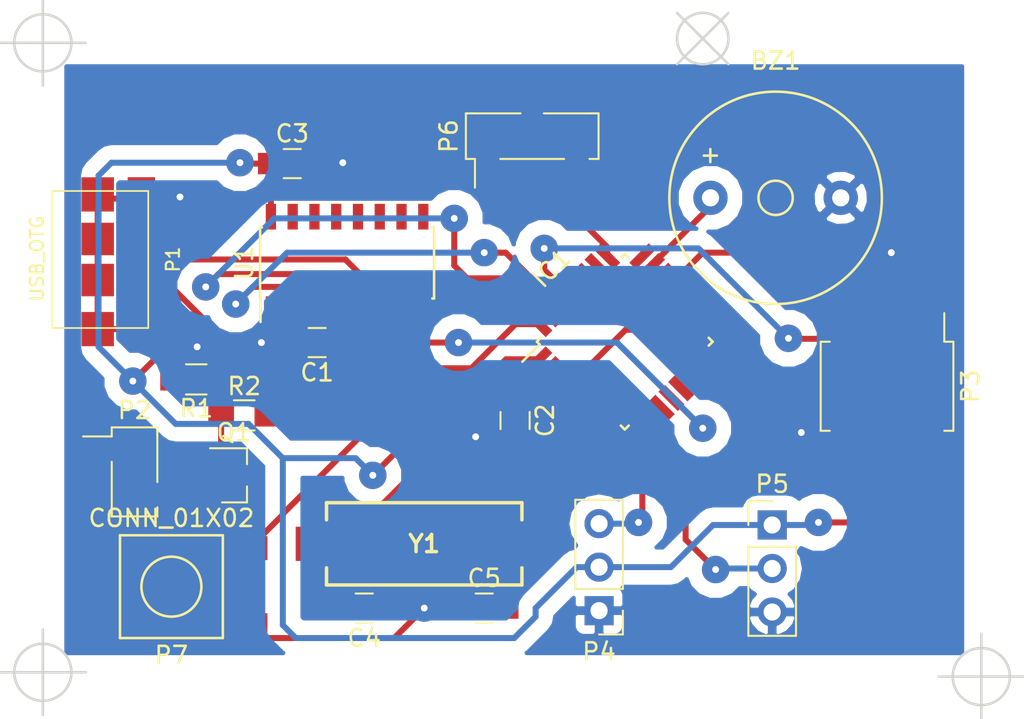
<source format=kicad_pcb>
(kicad_pcb (version 20160815) (host pcbnew "(2016-12-18 revision 3ffa37c)-master")

  (general
    (links 55)
    (no_connects 0)
    (area 0 0 0 0)
    (thickness 1.6)
    (drawings 4)
    (tracks 221)
    (zones 0)
    (modules 19)
    (nets 47)
  )

  (page A4)
  (layers
    (0 F.Cu signal)
    (31 B.Cu signal)
    (32 B.Adhes user)
    (33 F.Adhes user)
    (34 B.Paste user)
    (35 F.Paste user)
    (36 B.SilkS user)
    (37 F.SilkS user)
    (38 B.Mask user)
    (39 F.Mask user)
    (40 Dwgs.User user hide)
    (41 Cmts.User user)
    (42 Eco1.User user)
    (43 Eco2.User user hide)
    (44 Edge.Cuts user)
    (45 Margin user)
    (46 B.CrtYd user hide)
    (47 F.CrtYd user)
    (48 B.Fab user)
    (49 F.Fab user hide)
  )

  (setup
    (last_trace_width 0.35)
    (trace_clearance 0.3)
    (zone_clearance 0.85)
    (zone_45_only no)
    (trace_min 0.2)
    (segment_width 0.2)
    (edge_width 0.15)
    (via_size 1.6)
    (via_drill 0.4)
    (via_min_size 0.4)
    (via_min_drill 0.3)
    (uvia_size 0.3)
    (uvia_drill 0.1)
    (uvias_allowed no)
    (uvia_min_size 0.2)
    (uvia_min_drill 0.1)
    (pcb_text_width 0.3)
    (pcb_text_size 1.5 1.5)
    (mod_edge_width 0.15)
    (mod_text_size 1 1)
    (mod_text_width 0.15)
    (pad_size 1.524 1.524)
    (pad_drill 0.762)
    (pad_to_mask_clearance 0.2)
    (aux_axis_origin 0 0)
    (visible_elements FFFFFF7F)
    (pcbplotparams
      (layerselection 0x00030_ffffffff)
      (usegerberextensions false)
      (excludeedgelayer true)
      (linewidth 0.100000)
      (plotframeref false)
      (viasonmask false)
      (mode 1)
      (useauxorigin false)
      (hpglpennumber 1)
      (hpglpenspeed 20)
      (hpglpendiameter 15)
      (psnegative false)
      (psa4output false)
      (plotreference true)
      (plotvalue true)
      (plotinvisibletext false)
      (padsonsilk false)
      (subtractmaskfromsilk false)
      (outputformat 1)
      (mirror false)
      (drillshape 1)
      (scaleselection 1)
      (outputdirectory ""))
  )

  (net 0 "")
  (net 1 "Net-(P1-Pad6)")
  (net 2 +5V)
  (net 3 "Net-(P1-Pad2)")
  (net 4 "Net-(P1-Pad3)")
  (net 5 "Net-(P1-Pad4)")
  (net 6 GND)
  (net 7 "Net-(C4-Pad2)")
  (net 8 "Net-(C5-Pad2)")
  (net 9 "Net-(P2-Pad1)")
  (net 10 "Net-(P2-Pad2)")
  (net 11 "Net-(Q1-Pad1)")
  (net 12 ENABLE_RELAY)
  (net 13 RESET)
  (net 14 MOSI)
  (net 15 SCK)
  (net 16 MISO)
  (net 17 XMIT)
  (net 18 "Net-(IC1-Pad2)")
  (net 19 "Net-(IC1-Pad3)")
  (net 20 CLKOUT)
  (net 21 "Net-(IC1-Pad11)")
  (net 22 "Net-(IC1-Pad14)")
  (net 23 "Net-(C1-Pad1)")
  (net 24 "Net-(U1-Pad9)")
  (net 25 "Net-(U1-Pad10)")
  (net 26 "Net-(U1-Pad11)")
  (net 27 "Net-(U1-Pad12)")
  (net 28 "Net-(U1-Pad13)")
  (net 29 "Net-(U1-Pad14)")
  (net 30 "Net-(U1-Pad15)")
  (net 31 "Net-(U1-Pad8)")
  (net 32 TEMP)
  (net 33 "Net-(IC1-Pad30)")
  (net 34 "Net-(IC1-Pad31)")
  (net 35 BUZZER)
  (net 36 "Net-(IC1-Pad28)")
  (net 37 "Net-(IC1-Pad27)")
  (net 38 "Net-(IC1-Pad26)")
  (net 39 LED)
  (net 40 "Net-(IC1-Pad22)")
  (net 41 "Net-(IC1-Pad20)")
  (net 42 "Net-(IC1-Pad19)")
  (net 43 "Net-(IC1-Pad13)")
  (net 44 "Net-(IC1-Pad6)")
  (net 45 "Net-(IC1-Pad24)")
  (net 46 SWITCH)

  (net_class Default "This is the default net class."
    (clearance 0.3)
    (trace_width 0.35)
    (via_dia 1.6)
    (via_drill 0.4)
    (uvia_dia 0.3)
    (uvia_drill 0.1)
    (diff_pair_gap 0.25)
    (diff_pair_width 0.2)
    (add_net +5V)
    (add_net BUZZER)
    (add_net CLKOUT)
    (add_net ENABLE_RELAY)
    (add_net GND)
    (add_net LED)
    (add_net MISO)
    (add_net MOSI)
    (add_net "Net-(C1-Pad1)")
    (add_net "Net-(C4-Pad2)")
    (add_net "Net-(C5-Pad2)")
    (add_net "Net-(IC1-Pad11)")
    (add_net "Net-(IC1-Pad13)")
    (add_net "Net-(IC1-Pad14)")
    (add_net "Net-(IC1-Pad19)")
    (add_net "Net-(IC1-Pad2)")
    (add_net "Net-(IC1-Pad20)")
    (add_net "Net-(IC1-Pad22)")
    (add_net "Net-(IC1-Pad24)")
    (add_net "Net-(IC1-Pad26)")
    (add_net "Net-(IC1-Pad27)")
    (add_net "Net-(IC1-Pad28)")
    (add_net "Net-(IC1-Pad3)")
    (add_net "Net-(IC1-Pad30)")
    (add_net "Net-(IC1-Pad31)")
    (add_net "Net-(IC1-Pad6)")
    (add_net "Net-(P1-Pad2)")
    (add_net "Net-(P1-Pad3)")
    (add_net "Net-(P1-Pad4)")
    (add_net "Net-(P1-Pad6)")
    (add_net "Net-(P2-Pad1)")
    (add_net "Net-(P2-Pad2)")
    (add_net "Net-(Q1-Pad1)")
    (add_net "Net-(U1-Pad10)")
    (add_net "Net-(U1-Pad11)")
    (add_net "Net-(U1-Pad12)")
    (add_net "Net-(U1-Pad13)")
    (add_net "Net-(U1-Pad14)")
    (add_net "Net-(U1-Pad15)")
    (add_net "Net-(U1-Pad8)")
    (add_net "Net-(U1-Pad9)")
    (add_net RESET)
    (add_net SCK)
    (add_net SWITCH)
    (add_net TEMP)
    (add_net XMIT)
  )

  (module ojousima/Switches_buttons.pretty:SWITCH_FSM_JSM_off-mom (layer F.Cu) (tedit 0) (tstamp 58CDE67E)
    (at 104.75 69.5 90)
    (path /58CE0B3A)
    (fp_text reference P7 (at -4 0 180) (layer F.SilkS)
      (effects (font (size 1 1) (thickness 0.15)))
    )
    (fp_text value CONN_01X02 (at 4 0 180) (layer F.SilkS)
      (effects (font (size 1 1) (thickness 0.15)))
    )
    (fp_line (start 2 5) (end 2.5 5) (layer Dwgs.User) (width 0.15))
    (fp_line (start 2.5 5) (end 2.5 3) (layer Dwgs.User) (width 0.15))
    (fp_line (start -2 5) (end -2.5 5) (layer Dwgs.User) (width 0.15))
    (fp_line (start -2.5 5) (end -2.5 3) (layer Dwgs.User) (width 0.15))
    (fp_line (start -2 -5) (end -2.5 -5) (layer Dwgs.User) (width 0.15))
    (fp_line (start -2.5 -5) (end -2.5 -3) (layer Dwgs.User) (width 0.15))
    (fp_line (start 2 -5) (end 2.5 -5) (layer Dwgs.User) (width 0.15))
    (fp_line (start 2.5 -5) (end 2.5 -3) (layer Dwgs.User) (width 0.15))
    (fp_line (start -2 3) (end -2 5) (layer Dwgs.User) (width 0.15))
    (fp_line (start 2 3) (end 2 5) (layer Dwgs.User) (width 0.15))
    (fp_line (start 2 -3) (end 2 -5) (layer Dwgs.User) (width 0.15))
    (fp_line (start -2 -5) (end -2 -3) (layer Dwgs.User) (width 0.15))
    (fp_circle (center 0 0) (end 1.75 0) (layer F.SilkS) (width 0.15))
    (fp_line (start 3 3) (end -3 3) (layer F.SilkS) (width 0.15))
    (fp_line (start -3 3) (end -3 -3) (layer F.SilkS) (width 0.15))
    (fp_line (start -3 -3) (end 3 -3) (layer F.SilkS) (width 0.15))
    (fp_line (start 3 -3) (end 3 3) (layer F.SilkS) (width 0.15))
    (pad 1 smd rect (at 2.25 -4.55 90) (size 1.4 2.1) (layers F.Cu F.Paste F.Mask)
      (net 46 SWITCH))
    (pad 1 smd rect (at 2.25 4.55 90) (size 1.4 2.1) (layers F.Cu F.Paste F.Mask)
      (net 46 SWITCH))
    (pad 2 smd rect (at -2.25 -4.55 90) (size 1.4 2.1) (layers F.Cu F.Paste F.Mask)
      (net 6 GND))
    (pad 2 smd rect (at -2.25 4.55 90) (size 1.4 2.1) (layers F.Cu F.Paste F.Mask)
      (net 6 GND))
  )

  (module KiCad/Pin_Headers.pretty:Pin_Header_Straight_1x03_Pitch2.54mm_SMD_Pin1Left (layer F.Cu) (tedit 588DAF27) (tstamp 58CDC9F0)
    (at 125.8 43.2 90)
    (descr "surface-mounted straight pin header, 1x03, 2.54mm pitch, single row, style 1 (pin 1 left)")
    (tags "Surface mounted pin header SMD 1x03 2.54mm single row style1 pin1 left")
    (path /58CDF8CC)
    (attr smd)
    (fp_text reference P6 (at 0 -4.87 90) (layer F.SilkS)
      (effects (font (size 1 1) (thickness 0.15)))
    )
    (fp_text value CONN_01X03 (at 0 4.87 90) (layer F.Fab)
      (effects (font (size 1 1) (thickness 0.15)))
    )
    (fp_line (start -1.27 -3.81) (end -1.27 3.81) (layer F.Fab) (width 0.1))
    (fp_line (start -1.27 3.81) (end 1.27 3.81) (layer F.Fab) (width 0.1))
    (fp_line (start 1.27 3.81) (end 1.27 -3.81) (layer F.Fab) (width 0.1))
    (fp_line (start 1.27 -3.81) (end -1.27 -3.81) (layer F.Fab) (width 0.1))
    (fp_line (start -1.27 -2.86) (end -1.27 -2.22) (layer F.Fab) (width 0.1))
    (fp_line (start -1.27 -2.22) (end -2.65 -2.22) (layer F.Fab) (width 0.1))
    (fp_line (start -2.65 -2.22) (end -2.65 -2.86) (layer F.Fab) (width 0.1))
    (fp_line (start -2.65 -2.86) (end -1.27 -2.86) (layer F.Fab) (width 0.1))
    (fp_line (start -1.27 2.22) (end -1.27 2.86) (layer F.Fab) (width 0.1))
    (fp_line (start -1.27 2.86) (end -2.65 2.86) (layer F.Fab) (width 0.1))
    (fp_line (start -2.65 2.86) (end -2.65 2.22) (layer F.Fab) (width 0.1))
    (fp_line (start -2.65 2.22) (end -1.27 2.22) (layer F.Fab) (width 0.1))
    (fp_line (start 1.27 -0.32) (end 1.27 0.32) (layer F.Fab) (width 0.1))
    (fp_line (start 1.27 0.32) (end 2.65 0.32) (layer F.Fab) (width 0.1))
    (fp_line (start 2.65 0.32) (end 2.65 -0.32) (layer F.Fab) (width 0.1))
    (fp_line (start 2.65 -0.32) (end 1.27 -0.32) (layer F.Fab) (width 0.1))
    (fp_line (start -1.33 -3.34) (end -1.33 -3.87) (layer F.SilkS) (width 0.12))
    (fp_line (start -1.33 -3.87) (end 1.33 -3.87) (layer F.SilkS) (width 0.12))
    (fp_line (start 1.33 -3.87) (end 1.33 -3.34) (layer F.SilkS) (width 0.12))
    (fp_line (start -1.33 3.34) (end -1.33 3.87) (layer F.SilkS) (width 0.12))
    (fp_line (start -1.33 3.87) (end 1.33 3.87) (layer F.SilkS) (width 0.12))
    (fp_line (start 1.33 3.87) (end 1.33 3.34) (layer F.SilkS) (width 0.12))
    (fp_line (start 1.33 -3.87) (end 1.33 -0.68) (layer F.SilkS) (width 0.12))
    (fp_line (start -1.33 -3.34) (end -3 -3.34) (layer F.SilkS) (width 0.12))
    (fp_line (start 1.33 0.68) (end 1.33 3.87) (layer F.SilkS) (width 0.12))
    (fp_line (start -1.33 -1.86) (end -1.33 1.86) (layer F.SilkS) (width 0.12))
    (fp_line (start -3.25 -4.1) (end -3.25 4.1) (layer F.CrtYd) (width 0.05))
    (fp_line (start -3.25 4.1) (end 3.25 4.1) (layer F.CrtYd) (width 0.05))
    (fp_line (start 3.25 4.1) (end 3.25 -4.1) (layer F.CrtYd) (width 0.05))
    (fp_line (start 3.25 -4.1) (end -3.25 -4.1) (layer F.CrtYd) (width 0.05))
    (pad 1 smd rect (at -1.5 -2.54 90) (size 3 1) (layers F.Cu F.Mask)
      (net 6 GND))
    (pad 3 smd rect (at -1.5 2.54 90) (size 3 1) (layers F.Cu F.Mask)
      (net 39 LED))
    (pad 2 smd rect (at 1.5 0 90) (size 3 1) (layers F.Cu F.Mask)
      (net 2 +5V))
    (model Pin_Headers.3dshapes/Pin_Header_Straight_1x03_Pitch2.54mm_SMD_Pin1Left.wrl
      (at (xyz 0 0 0))
      (scale (xyz 1 1 1))
      (rotate (xyz 0 0 0))
    )
  )

  (module Capacitors_SMD:C_0805_HandSoldering (layer F.Cu) (tedit 58AA84A8) (tstamp 58CDC7DF)
    (at 123 70.75)
    (descr "Capacitor SMD 0805, hand soldering")
    (tags "capacitor 0805")
    (path /58C6042F)
    (attr smd)
    (fp_text reference C5 (at 0 -1.75) (layer F.SilkS)
      (effects (font (size 1 1) (thickness 0.15)))
    )
    (fp_text value 22p (at 0 1.75) (layer F.Fab)
      (effects (font (size 1 1) (thickness 0.15)))
    )
    (fp_line (start 2.25 0.87) (end -2.25 0.87) (layer F.CrtYd) (width 0.05))
    (fp_line (start 2.25 0.87) (end 2.25 -0.88) (layer F.CrtYd) (width 0.05))
    (fp_line (start -2.25 -0.88) (end -2.25 0.87) (layer F.CrtYd) (width 0.05))
    (fp_line (start -2.25 -0.88) (end 2.25 -0.88) (layer F.CrtYd) (width 0.05))
    (fp_line (start -0.5 0.85) (end 0.5 0.85) (layer F.SilkS) (width 0.12))
    (fp_line (start 0.5 -0.85) (end -0.5 -0.85) (layer F.SilkS) (width 0.12))
    (fp_line (start -1 -0.62) (end 1 -0.62) (layer F.Fab) (width 0.1))
    (fp_line (start 1 -0.62) (end 1 0.62) (layer F.Fab) (width 0.1))
    (fp_line (start 1 0.62) (end -1 0.62) (layer F.Fab) (width 0.1))
    (fp_line (start -1 0.62) (end -1 -0.62) (layer F.Fab) (width 0.1))
    (fp_text user %R (at 0 -1.75) (layer F.Fab)
      (effects (font (size 1 1) (thickness 0.15)))
    )
    (pad 2 smd rect (at 1.25 0) (size 1.5 1.25) (layers F.Cu F.Paste F.Mask)
      (net 8 "Net-(C5-Pad2)"))
    (pad 1 smd rect (at -1.25 0) (size 1.5 1.25) (layers F.Cu F.Paste F.Mask)
      (net 6 GND))
    (model Capacitors_SMD.3dshapes/C_0805.wrl
      (at (xyz 0 0 0))
      (scale (xyz 1 1 1))
      (rotate (xyz 0 0 0))
    )
  )

  (module Capacitors_SMD:C_0805_HandSoldering (layer F.Cu) (tedit 58AA84A8) (tstamp 58CDC7CF)
    (at 116 70.75 180)
    (descr "Capacitor SMD 0805, hand soldering")
    (tags "capacitor 0805")
    (path /58C603EA)
    (attr smd)
    (fp_text reference C4 (at 0 -1.75 180) (layer F.SilkS)
      (effects (font (size 1 1) (thickness 0.15)))
    )
    (fp_text value 22p (at 0 1.75 180) (layer F.Fab)
      (effects (font (size 1 1) (thickness 0.15)))
    )
    (fp_text user %R (at 0 -1.75 180) (layer F.Fab)
      (effects (font (size 1 1) (thickness 0.15)))
    )
    (fp_line (start -1 0.62) (end -1 -0.62) (layer F.Fab) (width 0.1))
    (fp_line (start 1 0.62) (end -1 0.62) (layer F.Fab) (width 0.1))
    (fp_line (start 1 -0.62) (end 1 0.62) (layer F.Fab) (width 0.1))
    (fp_line (start -1 -0.62) (end 1 -0.62) (layer F.Fab) (width 0.1))
    (fp_line (start 0.5 -0.85) (end -0.5 -0.85) (layer F.SilkS) (width 0.12))
    (fp_line (start -0.5 0.85) (end 0.5 0.85) (layer F.SilkS) (width 0.12))
    (fp_line (start -2.25 -0.88) (end 2.25 -0.88) (layer F.CrtYd) (width 0.05))
    (fp_line (start -2.25 -0.88) (end -2.25 0.87) (layer F.CrtYd) (width 0.05))
    (fp_line (start 2.25 0.87) (end 2.25 -0.88) (layer F.CrtYd) (width 0.05))
    (fp_line (start 2.25 0.87) (end -2.25 0.87) (layer F.CrtYd) (width 0.05))
    (pad 1 smd rect (at -1.25 0 180) (size 1.5 1.25) (layers F.Cu F.Paste F.Mask)
      (net 6 GND))
    (pad 2 smd rect (at 1.25 0 180) (size 1.5 1.25) (layers F.Cu F.Paste F.Mask)
      (net 7 "Net-(C4-Pad2)"))
    (model Capacitors_SMD.3dshapes/C_0805.wrl
      (at (xyz 0 0 0))
      (scale (xyz 1 1 1))
      (rotate (xyz 0 0 0))
    )
  )

  (module Capacitors_SMD:C_0805_HandSoldering (layer F.Cu) (tedit 58AA84A8) (tstamp 58CDC7BF)
    (at 111.8 44.8)
    (descr "Capacitor SMD 0805, hand soldering")
    (tags "capacitor 0805")
    (path /58C60DFB)
    (attr smd)
    (fp_text reference C3 (at 0 -1.75) (layer F.SilkS)
      (effects (font (size 1 1) (thickness 0.15)))
    )
    (fp_text value 0.1u (at 0 1.75) (layer F.Fab)
      (effects (font (size 1 1) (thickness 0.15)))
    )
    (fp_line (start 2.25 0.87) (end -2.25 0.87) (layer F.CrtYd) (width 0.05))
    (fp_line (start 2.25 0.87) (end 2.25 -0.88) (layer F.CrtYd) (width 0.05))
    (fp_line (start -2.25 -0.88) (end -2.25 0.87) (layer F.CrtYd) (width 0.05))
    (fp_line (start -2.25 -0.88) (end 2.25 -0.88) (layer F.CrtYd) (width 0.05))
    (fp_line (start -0.5 0.85) (end 0.5 0.85) (layer F.SilkS) (width 0.12))
    (fp_line (start 0.5 -0.85) (end -0.5 -0.85) (layer F.SilkS) (width 0.12))
    (fp_line (start -1 -0.62) (end 1 -0.62) (layer F.Fab) (width 0.1))
    (fp_line (start 1 -0.62) (end 1 0.62) (layer F.Fab) (width 0.1))
    (fp_line (start 1 0.62) (end -1 0.62) (layer F.Fab) (width 0.1))
    (fp_line (start -1 0.62) (end -1 -0.62) (layer F.Fab) (width 0.1))
    (fp_text user %R (at 0 -1.75) (layer F.Fab)
      (effects (font (size 1 1) (thickness 0.15)))
    )
    (pad 2 smd rect (at 1.25 0) (size 1.5 1.25) (layers F.Cu F.Paste F.Mask)
      (net 6 GND))
    (pad 1 smd rect (at -1.25 0) (size 1.5 1.25) (layers F.Cu F.Paste F.Mask)
      (net 2 +5V))
    (model Capacitors_SMD.3dshapes/C_0805.wrl
      (at (xyz 0 0 0))
      (scale (xyz 1 1 1))
      (rotate (xyz 0 0 0))
    )
  )

  (module Capacitors_SMD:C_0805_HandSoldering (layer F.Cu) (tedit 58AA84A8) (tstamp 58CDC7AF)
    (at 124.8 59.8 270)
    (descr "Capacitor SMD 0805, hand soldering")
    (tags "capacitor 0805")
    (path /58C615C5)
    (attr smd)
    (fp_text reference C2 (at 0 -1.75 270) (layer F.SilkS)
      (effects (font (size 1 1) (thickness 0.15)))
    )
    (fp_text value 0.1u (at 0 1.75 270) (layer F.Fab)
      (effects (font (size 1 1) (thickness 0.15)))
    )
    (fp_text user %R (at 0 -1.75 270) (layer F.Fab)
      (effects (font (size 1 1) (thickness 0.15)))
    )
    (fp_line (start -1 0.62) (end -1 -0.62) (layer F.Fab) (width 0.1))
    (fp_line (start 1 0.62) (end -1 0.62) (layer F.Fab) (width 0.1))
    (fp_line (start 1 -0.62) (end 1 0.62) (layer F.Fab) (width 0.1))
    (fp_line (start -1 -0.62) (end 1 -0.62) (layer F.Fab) (width 0.1))
    (fp_line (start 0.5 -0.85) (end -0.5 -0.85) (layer F.SilkS) (width 0.12))
    (fp_line (start -0.5 0.85) (end 0.5 0.85) (layer F.SilkS) (width 0.12))
    (fp_line (start -2.25 -0.88) (end 2.25 -0.88) (layer F.CrtYd) (width 0.05))
    (fp_line (start -2.25 -0.88) (end -2.25 0.87) (layer F.CrtYd) (width 0.05))
    (fp_line (start 2.25 0.87) (end 2.25 -0.88) (layer F.CrtYd) (width 0.05))
    (fp_line (start 2.25 0.87) (end -2.25 0.87) (layer F.CrtYd) (width 0.05))
    (pad 1 smd rect (at -1.25 0 270) (size 1.5 1.25) (layers F.Cu F.Paste F.Mask)
      (net 2 +5V))
    (pad 2 smd rect (at 1.25 0 270) (size 1.5 1.25) (layers F.Cu F.Paste F.Mask)
      (net 6 GND))
    (model Capacitors_SMD.3dshapes/C_0805.wrl
      (at (xyz 0 0 0))
      (scale (xyz 1 1 1))
      (rotate (xyz 0 0 0))
    )
  )

  (module Capacitors_SMD:C_0805_HandSoldering (layer F.Cu) (tedit 58AA84A8) (tstamp 58CDC79F)
    (at 113.25 55.25 180)
    (descr "Capacitor SMD 0805, hand soldering")
    (tags "capacitor 0805")
    (path /58C61829)
    (attr smd)
    (fp_text reference C1 (at 0 -1.75 180) (layer F.SilkS)
      (effects (font (size 1 1) (thickness 0.15)))
    )
    (fp_text value 0.1u (at 0 1.75 180) (layer F.Fab)
      (effects (font (size 1 1) (thickness 0.15)))
    )
    (fp_line (start 2.25 0.87) (end -2.25 0.87) (layer F.CrtYd) (width 0.05))
    (fp_line (start 2.25 0.87) (end 2.25 -0.88) (layer F.CrtYd) (width 0.05))
    (fp_line (start -2.25 -0.88) (end -2.25 0.87) (layer F.CrtYd) (width 0.05))
    (fp_line (start -2.25 -0.88) (end 2.25 -0.88) (layer F.CrtYd) (width 0.05))
    (fp_line (start -0.5 0.85) (end 0.5 0.85) (layer F.SilkS) (width 0.12))
    (fp_line (start 0.5 -0.85) (end -0.5 -0.85) (layer F.SilkS) (width 0.12))
    (fp_line (start -1 -0.62) (end 1 -0.62) (layer F.Fab) (width 0.1))
    (fp_line (start 1 -0.62) (end 1 0.62) (layer F.Fab) (width 0.1))
    (fp_line (start 1 0.62) (end -1 0.62) (layer F.Fab) (width 0.1))
    (fp_line (start -1 0.62) (end -1 -0.62) (layer F.Fab) (width 0.1))
    (fp_text user %R (at 0 -1.75 180) (layer F.Fab)
      (effects (font (size 1 1) (thickness 0.15)))
    )
    (pad 2 smd rect (at 1.25 0 180) (size 1.5 1.25) (layers F.Cu F.Paste F.Mask)
      (net 6 GND))
    (pad 1 smd rect (at -1.25 0 180) (size 1.5 1.25) (layers F.Cu F.Paste F.Mask)
      (net 23 "Net-(C1-Pad1)"))
    (model Capacitors_SMD.3dshapes/C_0805.wrl
      (at (xyz 0 0 0))
      (scale (xyz 1 1 1))
      (rotate (xyz 0 0 0))
    )
  )

  (module Housings_QFP:TQFP-32_7x7mm_Pitch0.8mm (layer F.Cu) (tedit 58CC9A48) (tstamp 58CDC753)
    (at 131.2 55.2 45)
    (descr "32-Lead Plastic Thin Quad Flatpack (PT) - 7x7x1.0 mm Body, 2.00 mm [TQFP] (see Microchip Packaging Specification 00000049BS.pdf)")
    (tags "QFP 0.8")
    (path /58CDD0D4)
    (attr smd)
    (fp_text reference IC1 (at 0 -6.05 45) (layer F.SilkS)
      (effects (font (size 1 1) (thickness 0.15)))
    )
    (fp_text value ATMEGA328PB-A (at 0 6.05 45) (layer F.Fab)
      (effects (font (size 1 1) (thickness 0.15)))
    )
    (fp_line (start -3.625 -3.4) (end -5.05 -3.4) (layer F.SilkS) (width 0.15))
    (fp_line (start 3.625 -3.625) (end 3.3 -3.625) (layer F.SilkS) (width 0.15))
    (fp_line (start 3.625 3.625) (end 3.3 3.625) (layer F.SilkS) (width 0.15))
    (fp_line (start -3.625 3.625) (end -3.3 3.625) (layer F.SilkS) (width 0.15))
    (fp_line (start -3.625 -3.625) (end -3.3 -3.625) (layer F.SilkS) (width 0.15))
    (fp_line (start -3.625 3.625) (end -3.625 3.3) (layer F.SilkS) (width 0.15))
    (fp_line (start 3.625 3.625) (end 3.625 3.3) (layer F.SilkS) (width 0.15))
    (fp_line (start 3.625 -3.625) (end 3.625 -3.3) (layer F.SilkS) (width 0.15))
    (fp_line (start -3.625 -3.625) (end -3.625 -3.4) (layer F.SilkS) (width 0.15))
    (fp_line (start -5.3 5.3) (end 5.3 5.3) (layer F.CrtYd) (width 0.05))
    (fp_line (start -5.3 -5.3) (end 5.3 -5.3) (layer F.CrtYd) (width 0.05))
    (fp_line (start 5.3 -5.3) (end 5.3 5.3) (layer F.CrtYd) (width 0.05))
    (fp_line (start -5.3 -5.3) (end -5.3 5.3) (layer F.CrtYd) (width 0.05))
    (fp_line (start -3.5 -2.5) (end -2.5 -3.5) (layer F.Fab) (width 0.15))
    (fp_line (start -3.5 3.5) (end -3.5 -2.5) (layer F.Fab) (width 0.15))
    (fp_line (start 3.5 3.5) (end -3.5 3.5) (layer F.Fab) (width 0.15))
    (fp_line (start 3.5 -3.5) (end 3.5 3.5) (layer F.Fab) (width 0.15))
    (fp_line (start -2.5 -3.5) (end 3.5 -3.5) (layer F.Fab) (width 0.15))
    (fp_text user %R (at 0 0 45) (layer F.Fab)
      (effects (font (size 1 1) (thickness 0.15)))
    )
    (pad 32 smd rect (at -2.8 -4.25 135) (size 1.6 0.55) (layers F.Cu F.Paste F.Mask)
      (net 12 ENABLE_RELAY))
    (pad 31 smd rect (at -2 -4.25 135) (size 1.6 0.55) (layers F.Cu F.Paste F.Mask)
      (net 34 "Net-(IC1-Pad31)"))
    (pad 30 smd rect (at -1.2 -4.25 135) (size 1.6 0.55) (layers F.Cu F.Paste F.Mask)
      (net 33 "Net-(IC1-Pad30)"))
    (pad 29 smd rect (at -0.4 -4.25 135) (size 1.6 0.55) (layers F.Cu F.Paste F.Mask)
      (net 13 RESET))
    (pad 28 smd rect (at 0.4 -4.25 135) (size 1.6 0.55) (layers F.Cu F.Paste F.Mask)
      (net 36 "Net-(IC1-Pad28)"))
    (pad 27 smd rect (at 1.2 -4.25 135) (size 1.6 0.55) (layers F.Cu F.Paste F.Mask)
      (net 37 "Net-(IC1-Pad27)"))
    (pad 26 smd rect (at 2 -4.25 135) (size 1.6 0.55) (layers F.Cu F.Paste F.Mask)
      (net 38 "Net-(IC1-Pad26)"))
    (pad 25 smd rect (at 2.8 -4.25 135) (size 1.6 0.55) (layers F.Cu F.Paste F.Mask)
      (net 39 LED))
    (pad 24 smd rect (at 4.25 -2.8 45) (size 1.6 0.55) (layers F.Cu F.Paste F.Mask)
      (net 45 "Net-(IC1-Pad24)"))
    (pad 23 smd rect (at 4.25 -2 45) (size 1.6 0.55) (layers F.Cu F.Paste F.Mask)
      (net 35 BUZZER))
    (pad 22 smd rect (at 4.25 -1.2 45) (size 1.6 0.55) (layers F.Cu F.Paste F.Mask)
      (net 40 "Net-(IC1-Pad22)"))
    (pad 21 smd rect (at 4.25 -0.4 45) (size 1.6 0.55) (layers F.Cu F.Paste F.Mask)
      (net 6 GND))
    (pad 20 smd rect (at 4.25 0.4 45) (size 1.6 0.55) (layers F.Cu F.Paste F.Mask)
      (net 41 "Net-(IC1-Pad20)"))
    (pad 19 smd rect (at 4.25 1.2 45) (size 1.6 0.55) (layers F.Cu F.Paste F.Mask)
      (net 42 "Net-(IC1-Pad19)"))
    (pad 18 smd rect (at 4.25 2 45) (size 1.6 0.55) (layers F.Cu F.Paste F.Mask)
      (net 2 +5V))
    (pad 17 smd rect (at 4.25 2.8 45) (size 1.6 0.55) (layers F.Cu F.Paste F.Mask)
      (net 15 SCK))
    (pad 16 smd rect (at 2.8 4.25 135) (size 1.6 0.55) (layers F.Cu F.Paste F.Mask)
      (net 16 MISO))
    (pad 15 smd rect (at 2 4.25 135) (size 1.6 0.55) (layers F.Cu F.Paste F.Mask)
      (net 14 MOSI))
    (pad 14 smd rect (at 1.2 4.25 135) (size 1.6 0.55) (layers F.Cu F.Paste F.Mask)
      (net 22 "Net-(IC1-Pad14)"))
    (pad 13 smd rect (at 0.4 4.25 135) (size 1.6 0.55) (layers F.Cu F.Paste F.Mask)
      (net 43 "Net-(IC1-Pad13)"))
    (pad 12 smd rect (at -0.4 4.25 135) (size 1.6 0.55) (layers F.Cu F.Paste F.Mask)
      (net 20 CLKOUT))
    (pad 11 smd rect (at -1.2 4.25 135) (size 1.6 0.55) (layers F.Cu F.Paste F.Mask)
      (net 21 "Net-(IC1-Pad11)"))
    (pad 10 smd rect (at -2 4.25 135) (size 1.6 0.55) (layers F.Cu F.Paste F.Mask)
      (net 32 TEMP))
    (pad 9 smd rect (at -2.8 4.25 135) (size 1.6 0.55) (layers F.Cu F.Paste F.Mask)
      (net 17 XMIT))
    (pad 8 smd rect (at -4.25 2.8 45) (size 1.6 0.55) (layers F.Cu F.Paste F.Mask)
      (net 8 "Net-(C5-Pad2)"))
    (pad 7 smd rect (at -4.25 2 45) (size 1.6 0.55) (layers F.Cu F.Paste F.Mask)
      (net 7 "Net-(C4-Pad2)"))
    (pad 6 smd rect (at -4.25 1.2 45) (size 1.6 0.55) (layers F.Cu F.Paste F.Mask)
      (net 44 "Net-(IC1-Pad6)"))
    (pad 5 smd rect (at -4.25 0.4 45) (size 1.6 0.55) (layers F.Cu F.Paste F.Mask)
      (net 6 GND))
    (pad 4 smd rect (at -4.25 -0.4 45) (size 1.6 0.55) (layers F.Cu F.Paste F.Mask)
      (net 2 +5V))
    (pad 3 smd rect (at -4.25 -1.2 45) (size 1.6 0.55) (layers F.Cu F.Paste F.Mask)
      (net 19 "Net-(IC1-Pad3)"))
    (pad 2 smd rect (at -4.25 -2 45) (size 1.6 0.55) (layers F.Cu F.Paste F.Mask)
      (net 18 "Net-(IC1-Pad2)"))
    (pad 1 smd rect (at -4.25 -2.8 45) (size 1.6 0.55) (layers F.Cu F.Paste F.Mask)
      (net 46 SWITCH))
    (model Housings_QFP.3dshapes/TQFP-32_7x7mm_Pitch0.8mm.wrl
      (at (xyz 0 0 0))
      (scale (xyz 1 1 1))
      (rotate (xyz 0 0 0))
    )
  )

  (module KiCad/Buzzers_Beepers.pretty:Buzzer_12x9.5RM7.6 (layer F.Cu) (tedit 544E361A) (tstamp 58CDC725)
    (at 140 46.8)
    (descr "Generic Buzzer, D12mm height 9.5mm with RM7.6mm")
    (tags buzzer)
    (path /58CDC75E)
    (fp_text reference BZ1 (at 0 -8.001) (layer F.SilkS)
      (effects (font (size 1 1) (thickness 0.15)))
    )
    (fp_text value Buzzer (at -1.00076 8.001) (layer F.Fab)
      (effects (font (size 1 1) (thickness 0.15)))
    )
    (fp_circle (center 0 0) (end 1.00076 0) (layer F.SilkS) (width 0.15))
    (fp_text user + (at -3.81 -2.54) (layer F.SilkS)
      (effects (font (size 1 1) (thickness 0.15)))
    )
    (fp_circle (center 0 0) (end 6.20014 0) (layer F.SilkS) (width 0.15))
    (pad 1 thru_hole circle (at -3.79984 0) (size 2 2) (drill 1.00076) (layers *.Cu *.Mask)
      (net 35 BUZZER))
    (pad 2 thru_hole circle (at 3.79984 0) (size 2 2) (drill 1.00076) (layers *.Cu *.Mask)
      (net 6 GND))
    (model Buzzers_Beepers.3dshapes/Buzzer_12x9.5RM7.6.wrl
      (at (xyz 0 0 0))
      (scale (xyz 4 4 4))
      (rotate (xyz 0 0 0))
    )
  )

  (module KiCad/Housings_SOIC.pretty:SOIC-16_3.9x9.9mm_Pitch1.27mm (layer F.Cu) (tedit 574D979F) (tstamp 58CDC6F9)
    (at 115 50.6 90)
    (descr "16-Lead Plastic Small Outline (SL) - Narrow, 3.90 mm Body [SOIC] (see Microchip Packaging Specification 00000049BS.pdf)")
    (tags "SOIC 1.27")
    (path /58C604E1)
    (attr smd)
    (fp_text reference U1 (at 0 -6 90) (layer F.SilkS)
      (effects (font (size 1 1) (thickness 0.15)))
    )
    (fp_text value CH340G (at 0 6 90) (layer F.Fab)
      (effects (font (size 1 1) (thickness 0.15)))
    )
    (fp_line (start -0.95 -4.95) (end 1.95 -4.95) (layer F.Fab) (width 0.15))
    (fp_line (start 1.95 -4.95) (end 1.95 4.95) (layer F.Fab) (width 0.15))
    (fp_line (start 1.95 4.95) (end -1.95 4.95) (layer F.Fab) (width 0.15))
    (fp_line (start -1.95 4.95) (end -1.95 -3.95) (layer F.Fab) (width 0.15))
    (fp_line (start -1.95 -3.95) (end -0.95 -4.95) (layer F.Fab) (width 0.15))
    (fp_line (start -3.7 -5.25) (end -3.7 5.25) (layer F.CrtYd) (width 0.05))
    (fp_line (start 3.7 -5.25) (end 3.7 5.25) (layer F.CrtYd) (width 0.05))
    (fp_line (start -3.7 -5.25) (end 3.7 -5.25) (layer F.CrtYd) (width 0.05))
    (fp_line (start -3.7 5.25) (end 3.7 5.25) (layer F.CrtYd) (width 0.05))
    (fp_line (start -2.075 -5.075) (end -2.075 -5.05) (layer F.SilkS) (width 0.15))
    (fp_line (start 2.075 -5.075) (end 2.075 -4.97) (layer F.SilkS) (width 0.15))
    (fp_line (start 2.075 5.075) (end 2.075 4.97) (layer F.SilkS) (width 0.15))
    (fp_line (start -2.075 5.075) (end -2.075 4.97) (layer F.SilkS) (width 0.15))
    (fp_line (start -2.075 -5.075) (end 2.075 -5.075) (layer F.SilkS) (width 0.15))
    (fp_line (start -2.075 5.075) (end 2.075 5.075) (layer F.SilkS) (width 0.15))
    (fp_line (start -2.075 -5.05) (end -3.45 -5.05) (layer F.SilkS) (width 0.15))
    (pad 1 smd rect (at -2.7 -4.445 90) (size 1.5 0.6) (layers F.Cu F.Paste F.Mask)
      (net 6 GND))
    (pad 2 smd rect (at -2.7 -3.175 90) (size 1.5 0.6) (layers F.Cu F.Paste F.Mask)
      (net 33 "Net-(IC1-Pad30)"))
    (pad 3 smd rect (at -2.7 -1.905 90) (size 1.5 0.6) (layers F.Cu F.Paste F.Mask)
      (net 34 "Net-(IC1-Pad31)"))
    (pad 4 smd rect (at -2.7 -0.635 90) (size 1.5 0.6) (layers F.Cu F.Paste F.Mask)
      (net 23 "Net-(C1-Pad1)"))
    (pad 5 smd rect (at -2.7 0.635 90) (size 1.5 0.6) (layers F.Cu F.Paste F.Mask)
      (net 4 "Net-(P1-Pad3)"))
    (pad 6 smd rect (at -2.7 1.905 90) (size 1.5 0.6) (layers F.Cu F.Paste F.Mask)
      (net 3 "Net-(P1-Pad2)"))
    (pad 7 smd rect (at -2.7 3.175 90) (size 1.5 0.6) (layers F.Cu F.Paste F.Mask)
      (net 20 CLKOUT))
    (pad 8 smd rect (at -2.7 4.445 90) (size 1.5 0.6) (layers F.Cu F.Paste F.Mask)
      (net 31 "Net-(U1-Pad8)"))
    (pad 9 smd rect (at 2.7 4.445 90) (size 1.5 0.6) (layers F.Cu F.Paste F.Mask)
      (net 24 "Net-(U1-Pad9)"))
    (pad 10 smd rect (at 2.7 3.175 90) (size 1.5 0.6) (layers F.Cu F.Paste F.Mask)
      (net 25 "Net-(U1-Pad10)"))
    (pad 11 smd rect (at 2.7 1.905 90) (size 1.5 0.6) (layers F.Cu F.Paste F.Mask)
      (net 26 "Net-(U1-Pad11)"))
    (pad 12 smd rect (at 2.7 0.635 90) (size 1.5 0.6) (layers F.Cu F.Paste F.Mask)
      (net 27 "Net-(U1-Pad12)"))
    (pad 13 smd rect (at 2.7 -0.635 90) (size 1.5 0.6) (layers F.Cu F.Paste F.Mask)
      (net 28 "Net-(U1-Pad13)"))
    (pad 14 smd rect (at 2.7 -1.905 90) (size 1.5 0.6) (layers F.Cu F.Paste F.Mask)
      (net 29 "Net-(U1-Pad14)"))
    (pad 15 smd rect (at 2.7 -3.175 90) (size 1.5 0.6) (layers F.Cu F.Paste F.Mask)
      (net 30 "Net-(U1-Pad15)"))
    (pad 16 smd rect (at 2.7 -4.445 90) (size 1.5 0.6) (layers F.Cu F.Paste F.Mask)
      (net 2 +5V))
    (model Housings_SOIC.3dshapes/SOIC-16_3.9x9.9mm_Pitch1.27mm.wrl
      (at (xyz 0 0 0))
      (scale (xyz 1 1 1))
      (rotate (xyz 0 0 0))
    )
  )

  (module KiCad/Pin_Headers.pretty:Pin_Header_Straight_1x02_Pitch2.54mm_SMD_Pin1Left (layer F.Cu) (tedit 588DAF27) (tstamp 58CDC6CE)
    (at 102.6 62.8)
    (descr "surface-mounted straight pin header, 1x02, 2.54mm pitch, single row, style 1 (pin 1 left)")
    (tags "Surface mounted pin header SMD 1x02 2.54mm single row style1 pin1 left")
    (path /58C6138B)
    (attr smd)
    (fp_text reference P2 (at 0 -3.6) (layer F.SilkS)
      (effects (font (size 1 1) (thickness 0.15)))
    )
    (fp_text value CONN_01X02 (at 0 3.6) (layer F.Fab)
      (effects (font (size 1 1) (thickness 0.15)))
    )
    (fp_line (start -1.27 -2.54) (end -1.27 2.54) (layer F.Fab) (width 0.1))
    (fp_line (start -1.27 2.54) (end 1.27 2.54) (layer F.Fab) (width 0.1))
    (fp_line (start 1.27 2.54) (end 1.27 -2.54) (layer F.Fab) (width 0.1))
    (fp_line (start 1.27 -2.54) (end -1.27 -2.54) (layer F.Fab) (width 0.1))
    (fp_line (start -1.27 -1.59) (end -1.27 -0.95) (layer F.Fab) (width 0.1))
    (fp_line (start -1.27 -0.95) (end -2.65 -0.95) (layer F.Fab) (width 0.1))
    (fp_line (start -2.65 -0.95) (end -2.65 -1.59) (layer F.Fab) (width 0.1))
    (fp_line (start -2.65 -1.59) (end -1.27 -1.59) (layer F.Fab) (width 0.1))
    (fp_line (start 1.27 0.95) (end 1.27 1.59) (layer F.Fab) (width 0.1))
    (fp_line (start 1.27 1.59) (end 2.65 1.59) (layer F.Fab) (width 0.1))
    (fp_line (start 2.65 1.59) (end 2.65 0.95) (layer F.Fab) (width 0.1))
    (fp_line (start 2.65 0.95) (end 1.27 0.95) (layer F.Fab) (width 0.1))
    (fp_line (start -1.33 -2.07) (end -1.33 -2.6) (layer F.SilkS) (width 0.12))
    (fp_line (start -1.33 -2.6) (end 1.33 -2.6) (layer F.SilkS) (width 0.12))
    (fp_line (start 1.33 -2.6) (end 1.33 -2.07) (layer F.SilkS) (width 0.12))
    (fp_line (start -1.33 2.07) (end -1.33 2.6) (layer F.SilkS) (width 0.12))
    (fp_line (start -1.33 2.6) (end 1.33 2.6) (layer F.SilkS) (width 0.12))
    (fp_line (start 1.33 2.6) (end 1.33 2.07) (layer F.SilkS) (width 0.12))
    (fp_line (start 1.33 -2.6) (end 1.33 0.59) (layer F.SilkS) (width 0.12))
    (fp_line (start -1.33 -2.07) (end -3 -2.07) (layer F.SilkS) (width 0.12))
    (fp_line (start -1.33 -0.59) (end -1.33 2.6) (layer F.SilkS) (width 0.12))
    (fp_line (start -3.25 -2.8) (end -3.25 2.8) (layer F.CrtYd) (width 0.05))
    (fp_line (start -3.25 2.8) (end 3.25 2.8) (layer F.CrtYd) (width 0.05))
    (fp_line (start 3.25 2.8) (end 3.25 -2.8) (layer F.CrtYd) (width 0.05))
    (fp_line (start 3.25 -2.8) (end -3.25 -2.8) (layer F.CrtYd) (width 0.05))
    (pad 1 smd rect (at -1.5 -1.27) (size 3 1) (layers F.Cu F.Mask)
      (net 9 "Net-(P2-Pad1)"))
    (pad 2 smd rect (at 1.5 1.27) (size 3 1) (layers F.Cu F.Mask)
      (net 10 "Net-(P2-Pad2)"))
    (model Pin_Headers.3dshapes/Pin_Header_Straight_1x02_Pitch2.54mm_SMD_Pin1Left.wrl
      (at (xyz 0 0 0))
      (scale (xyz 1 1 1))
      (rotate (xyz 0 0 0))
    )
  )

  (module KiCad/Pin_Headers.pretty:Pin_Header_Straight_1x03_Pitch2.54mm (layer F.Cu) (tedit 5862ED52) (tstamp 58CDC6BC)
    (at 139.8 65.9)
    (descr "Through hole straight pin header, 1x03, 2.54mm pitch, single row")
    (tags "Through hole pin header THT 1x03 2.54mm single row")
    (path /58CA31A5)
    (fp_text reference P5 (at 0 -2.39) (layer F.SilkS)
      (effects (font (size 1 1) (thickness 0.15)))
    )
    (fp_text value CONN_01X03 (at 0 7.47) (layer F.Fab)
      (effects (font (size 1 1) (thickness 0.15)))
    )
    (fp_line (start 1.6 -1.6) (end -1.6 -1.6) (layer F.CrtYd) (width 0.05))
    (fp_line (start 1.6 6.6) (end 1.6 -1.6) (layer F.CrtYd) (width 0.05))
    (fp_line (start -1.6 6.6) (end 1.6 6.6) (layer F.CrtYd) (width 0.05))
    (fp_line (start -1.6 -1.6) (end -1.6 6.6) (layer F.CrtYd) (width 0.05))
    (fp_line (start -1.39 -1.39) (end 0 -1.39) (layer F.SilkS) (width 0.12))
    (fp_line (start -1.39 0) (end -1.39 -1.39) (layer F.SilkS) (width 0.12))
    (fp_line (start 1.39 1.27) (end -1.39 1.27) (layer F.SilkS) (width 0.12))
    (fp_line (start 1.39 6.47) (end 1.39 1.27) (layer F.SilkS) (width 0.12))
    (fp_line (start -1.39 6.47) (end 1.39 6.47) (layer F.SilkS) (width 0.12))
    (fp_line (start -1.39 1.27) (end -1.39 6.47) (layer F.SilkS) (width 0.12))
    (fp_line (start 1.27 -1.27) (end -1.27 -1.27) (layer F.Fab) (width 0.1))
    (fp_line (start 1.27 6.35) (end 1.27 -1.27) (layer F.Fab) (width 0.1))
    (fp_line (start -1.27 6.35) (end 1.27 6.35) (layer F.Fab) (width 0.1))
    (fp_line (start -1.27 -1.27) (end -1.27 6.35) (layer F.Fab) (width 0.1))
    (pad 3 thru_hole oval (at 0 5.08) (size 1.7 1.7) (drill 1) (layers *.Cu *.Mask)
      (net 6 GND))
    (pad 2 thru_hole oval (at 0 2.54) (size 1.7 1.7) (drill 1) (layers *.Cu *.Mask)
      (net 32 TEMP))
    (pad 1 thru_hole rect (at 0 0) (size 1.7 1.7) (drill 1) (layers *.Cu *.Mask)
      (net 2 +5V))
    (model Pin_Headers.3dshapes/Pin_Header_Straight_1x03_Pitch2.54mm.wrl
      (at (xyz 0 -0.1 0))
      (scale (xyz 1 1 1))
      (rotate (xyz 0 0 90))
    )
  )

  (module KiCad/Pin_Headers.pretty:Pin_Header_Straight_1x03_Pitch2.54mm (layer F.Cu) (tedit 5862ED52) (tstamp 58CDC6A9)
    (at 129.7 70.9 180)
    (descr "Through hole straight pin header, 1x03, 2.54mm pitch, single row")
    (tags "Through hole pin header THT 1x03 2.54mm single row")
    (path /58C60C83)
    (fp_text reference P4 (at 0 -2.39 180) (layer F.SilkS)
      (effects (font (size 1 1) (thickness 0.15)))
    )
    (fp_text value CONN_01X03 (at 0 7.47 180) (layer F.Fab)
      (effects (font (size 1 1) (thickness 0.15)))
    )
    (fp_line (start -1.27 -1.27) (end -1.27 6.35) (layer F.Fab) (width 0.1))
    (fp_line (start -1.27 6.35) (end 1.27 6.35) (layer F.Fab) (width 0.1))
    (fp_line (start 1.27 6.35) (end 1.27 -1.27) (layer F.Fab) (width 0.1))
    (fp_line (start 1.27 -1.27) (end -1.27 -1.27) (layer F.Fab) (width 0.1))
    (fp_line (start -1.39 1.27) (end -1.39 6.47) (layer F.SilkS) (width 0.12))
    (fp_line (start -1.39 6.47) (end 1.39 6.47) (layer F.SilkS) (width 0.12))
    (fp_line (start 1.39 6.47) (end 1.39 1.27) (layer F.SilkS) (width 0.12))
    (fp_line (start 1.39 1.27) (end -1.39 1.27) (layer F.SilkS) (width 0.12))
    (fp_line (start -1.39 0) (end -1.39 -1.39) (layer F.SilkS) (width 0.12))
    (fp_line (start -1.39 -1.39) (end 0 -1.39) (layer F.SilkS) (width 0.12))
    (fp_line (start -1.6 -1.6) (end -1.6 6.6) (layer F.CrtYd) (width 0.05))
    (fp_line (start -1.6 6.6) (end 1.6 6.6) (layer F.CrtYd) (width 0.05))
    (fp_line (start 1.6 6.6) (end 1.6 -1.6) (layer F.CrtYd) (width 0.05))
    (fp_line (start 1.6 -1.6) (end -1.6 -1.6) (layer F.CrtYd) (width 0.05))
    (pad 1 thru_hole rect (at 0 0 180) (size 1.7 1.7) (drill 1) (layers *.Cu *.Mask)
      (net 6 GND))
    (pad 2 thru_hole oval (at 0 2.54 180) (size 1.7 1.7) (drill 1) (layers *.Cu *.Mask)
      (net 2 +5V))
    (pad 3 thru_hole oval (at 0 5.08 180) (size 1.7 1.7) (drill 1) (layers *.Cu *.Mask)
      (net 17 XMIT))
    (model Pin_Headers.3dshapes/Pin_Header_Straight_1x03_Pitch2.54mm.wrl
      (at (xyz 0 -0.1 0))
      (scale (xyz 1 1 1))
      (rotate (xyz 0 0 90))
    )
  )

  (module KiCad/Pin_Headers.pretty:Pin_Header_Straight_2x03_Pitch2.54mm_SMD (layer F.Cu) (tedit 588DAF2A) (tstamp 58CDC690)
    (at 146.5 57.8 270)
    (descr "surface-mounted straight pin header, 2x03, 2.54mm pitch, double rows")
    (tags "Surface mounted pin header SMD 2x03 2.54mm double row")
    (path /58C608B0)
    (attr smd)
    (fp_text reference P3 (at 0 -4.87 270) (layer F.SilkS)
      (effects (font (size 1 1) (thickness 0.15)))
    )
    (fp_text value CONN_02X03 (at 0 4.87 270) (layer F.Fab)
      (effects (font (size 1 1) (thickness 0.15)))
    )
    (fp_line (start -2.54 -3.81) (end -2.54 3.81) (layer F.Fab) (width 0.1))
    (fp_line (start -2.54 3.81) (end 2.54 3.81) (layer F.Fab) (width 0.1))
    (fp_line (start 2.54 3.81) (end 2.54 -3.81) (layer F.Fab) (width 0.1))
    (fp_line (start 2.54 -3.81) (end -2.54 -3.81) (layer F.Fab) (width 0.1))
    (fp_line (start -2.54 -2.86) (end -2.54 -2.22) (layer F.Fab) (width 0.1))
    (fp_line (start -2.54 -2.22) (end -3.92 -2.22) (layer F.Fab) (width 0.1))
    (fp_line (start -3.92 -2.22) (end -3.92 -2.86) (layer F.Fab) (width 0.1))
    (fp_line (start -3.92 -2.86) (end -2.54 -2.86) (layer F.Fab) (width 0.1))
    (fp_line (start 2.54 -2.86) (end 2.54 -2.22) (layer F.Fab) (width 0.1))
    (fp_line (start 2.54 -2.22) (end 3.92 -2.22) (layer F.Fab) (width 0.1))
    (fp_line (start 3.92 -2.22) (end 3.92 -2.86) (layer F.Fab) (width 0.1))
    (fp_line (start 3.92 -2.86) (end 2.54 -2.86) (layer F.Fab) (width 0.1))
    (fp_line (start -2.54 -0.32) (end -2.54 0.32) (layer F.Fab) (width 0.1))
    (fp_line (start -2.54 0.32) (end -3.92 0.32) (layer F.Fab) (width 0.1))
    (fp_line (start -3.92 0.32) (end -3.92 -0.32) (layer F.Fab) (width 0.1))
    (fp_line (start -3.92 -0.32) (end -2.54 -0.32) (layer F.Fab) (width 0.1))
    (fp_line (start 2.54 -0.32) (end 2.54 0.32) (layer F.Fab) (width 0.1))
    (fp_line (start 2.54 0.32) (end 3.92 0.32) (layer F.Fab) (width 0.1))
    (fp_line (start 3.92 0.32) (end 3.92 -0.32) (layer F.Fab) (width 0.1))
    (fp_line (start 3.92 -0.32) (end 2.54 -0.32) (layer F.Fab) (width 0.1))
    (fp_line (start -2.54 2.22) (end -2.54 2.86) (layer F.Fab) (width 0.1))
    (fp_line (start -2.54 2.86) (end -3.92 2.86) (layer F.Fab) (width 0.1))
    (fp_line (start -3.92 2.86) (end -3.92 2.22) (layer F.Fab) (width 0.1))
    (fp_line (start -3.92 2.22) (end -2.54 2.22) (layer F.Fab) (width 0.1))
    (fp_line (start 2.54 2.22) (end 2.54 2.86) (layer F.Fab) (width 0.1))
    (fp_line (start 2.54 2.86) (end 3.92 2.86) (layer F.Fab) (width 0.1))
    (fp_line (start 3.92 2.86) (end 3.92 2.22) (layer F.Fab) (width 0.1))
    (fp_line (start 3.92 2.22) (end 2.54 2.22) (layer F.Fab) (width 0.1))
    (fp_line (start -2.6 -3.34) (end -2.6 -3.87) (layer F.SilkS) (width 0.12))
    (fp_line (start -2.6 -3.87) (end 2.6 -3.87) (layer F.SilkS) (width 0.12))
    (fp_line (start 2.6 -3.87) (end 2.6 -3.34) (layer F.SilkS) (width 0.12))
    (fp_line (start -2.6 3.34) (end -2.6 3.87) (layer F.SilkS) (width 0.12))
    (fp_line (start -2.6 3.87) (end 2.6 3.87) (layer F.SilkS) (width 0.12))
    (fp_line (start 2.6 3.87) (end 2.6 3.34) (layer F.SilkS) (width 0.12))
    (fp_line (start -4.27 -3.34) (end -2.6 -3.34) (layer F.SilkS) (width 0.12))
    (fp_line (start -4.55 -4.1) (end -4.55 4.1) (layer F.CrtYd) (width 0.05))
    (fp_line (start -4.55 4.1) (end 4.55 4.1) (layer F.CrtYd) (width 0.05))
    (fp_line (start 4.55 4.1) (end 4.55 -4.1) (layer F.CrtYd) (width 0.05))
    (fp_line (start 4.55 -4.1) (end -4.55 -4.1) (layer F.CrtYd) (width 0.05))
    (pad 1 smd rect (at -2.77 -2.54 270) (size 3 1) (layers F.Cu F.Mask)
      (net 16 MISO))
    (pad 2 smd rect (at 2.77 -2.54 270) (size 3 1) (layers F.Cu F.Mask)
      (net 2 +5V))
    (pad 3 smd rect (at -2.77 0 270) (size 3 1) (layers F.Cu F.Mask)
      (net 15 SCK))
    (pad 4 smd rect (at 2.77 0 270) (size 3 1) (layers F.Cu F.Mask)
      (net 14 MOSI))
    (pad 5 smd rect (at -2.77 2.54 270) (size 3 1) (layers F.Cu F.Mask)
      (net 13 RESET))
    (pad 6 smd rect (at 2.77 2.54 270) (size 3 1) (layers F.Cu F.Mask)
      (net 6 GND))
    (model Pin_Headers.3dshapes/Pin_Header_Straight_2x03_Pitch2.54mm_SMD.wrl
      (at (xyz 0 0 0))
      (scale (xyz 1 1 1))
      (rotate (xyz 0 0 0))
    )
  )

  (module Resistors_SMD:R_0805_HandSoldering (layer F.Cu) (tedit 58AADA1D) (tstamp 58CDC67C)
    (at 109 59.5)
    (descr "Resistor SMD 0805, hand soldering")
    (tags "resistor 0805")
    (path /58C61AD7)
    (attr smd)
    (fp_text reference R2 (at 0 -1.7) (layer F.SilkS)
      (effects (font (size 1 1) (thickness 0.15)))
    )
    (fp_text value R_Small (at 0 1.75) (layer F.Fab)
      (effects (font (size 1 1) (thickness 0.15)))
    )
    (fp_text user %R (at 0 -1.7) (layer F.Fab)
      (effects (font (size 1 1) (thickness 0.15)))
    )
    (fp_line (start -1 0.62) (end -1 -0.62) (layer F.Fab) (width 0.1))
    (fp_line (start 1 0.62) (end -1 0.62) (layer F.Fab) (width 0.1))
    (fp_line (start 1 -0.62) (end 1 0.62) (layer F.Fab) (width 0.1))
    (fp_line (start -1 -0.62) (end 1 -0.62) (layer F.Fab) (width 0.1))
    (fp_line (start 0.6 0.88) (end -0.6 0.88) (layer F.SilkS) (width 0.12))
    (fp_line (start -0.6 -0.88) (end 0.6 -0.88) (layer F.SilkS) (width 0.12))
    (fp_line (start -2.35 -0.9) (end 2.35 -0.9) (layer F.CrtYd) (width 0.05))
    (fp_line (start -2.35 -0.9) (end -2.35 0.9) (layer F.CrtYd) (width 0.05))
    (fp_line (start 2.35 0.9) (end 2.35 -0.9) (layer F.CrtYd) (width 0.05))
    (fp_line (start 2.35 0.9) (end -2.35 0.9) (layer F.CrtYd) (width 0.05))
    (pad 1 smd rect (at -1.35 0) (size 1.5 1.3) (layers F.Cu F.Paste F.Mask)
      (net 11 "Net-(Q1-Pad1)"))
    (pad 2 smd rect (at 1.35 0) (size 1.5 1.3) (layers F.Cu F.Paste F.Mask)
      (net 12 ENABLE_RELAY))
    (model Resistors_SMD.3dshapes/R_0805.wrl
      (at (xyz 0 0 0))
      (scale (xyz 1 1 1))
      (rotate (xyz 0 0 0))
    )
  )

  (module Resistors_SMD:R_0805_HandSoldering (layer F.Cu) (tedit 58AADA1D) (tstamp 58CDC66C)
    (at 106.2 57.4 180)
    (descr "Resistor SMD 0805, hand soldering")
    (tags "resistor 0805")
    (path /58C61A6A)
    (attr smd)
    (fp_text reference R1 (at 0 -1.7 180) (layer F.SilkS)
      (effects (font (size 1 1) (thickness 0.15)))
    )
    (fp_text value R_Small (at 0 1.75 180) (layer F.Fab)
      (effects (font (size 1 1) (thickness 0.15)))
    )
    (fp_text user %R (at 0 -1.7 180) (layer F.Fab)
      (effects (font (size 1 1) (thickness 0.15)))
    )
    (fp_line (start -1 0.62) (end -1 -0.62) (layer F.Fab) (width 0.1))
    (fp_line (start 1 0.62) (end -1 0.62) (layer F.Fab) (width 0.1))
    (fp_line (start 1 -0.62) (end 1 0.62) (layer F.Fab) (width 0.1))
    (fp_line (start -1 -0.62) (end 1 -0.62) (layer F.Fab) (width 0.1))
    (fp_line (start 0.6 0.88) (end -0.6 0.88) (layer F.SilkS) (width 0.12))
    (fp_line (start -0.6 -0.88) (end 0.6 -0.88) (layer F.SilkS) (width 0.12))
    (fp_line (start -2.35 -0.9) (end 2.35 -0.9) (layer F.CrtYd) (width 0.05))
    (fp_line (start -2.35 -0.9) (end -2.35 0.9) (layer F.CrtYd) (width 0.05))
    (fp_line (start 2.35 0.9) (end 2.35 -0.9) (layer F.CrtYd) (width 0.05))
    (fp_line (start 2.35 0.9) (end -2.35 0.9) (layer F.CrtYd) (width 0.05))
    (pad 1 smd rect (at -1.35 0 180) (size 1.5 1.3) (layers F.Cu F.Paste F.Mask)
      (net 11 "Net-(Q1-Pad1)"))
    (pad 2 smd rect (at 1.35 0 180) (size 1.5 1.3) (layers F.Cu F.Paste F.Mask)
      (net 6 GND))
    (model Resistors_SMD.3dshapes/R_0805.wrl
      (at (xyz 0 0 0))
      (scale (xyz 1 1 1))
      (rotate (xyz 0 0 0))
    )
  )

  (module TO_SOT_Packages_SMD:SOT-23 (layer F.Cu) (tedit 5883B105) (tstamp 58CDC65A)
    (at 108.4 63)
    (descr "SOT-23, Standard")
    (tags SOT-23)
    (path /58C612A6)
    (attr smd)
    (fp_text reference Q1 (at 0 -2.5) (layer F.SilkS)
      (effects (font (size 1 1) (thickness 0.15)))
    )
    (fp_text value BSS138 (at 0 2.5) (layer F.Fab)
      (effects (font (size 1 1) (thickness 0.15)))
    )
    (fp_line (start 0.76 1.58) (end -0.7 1.58) (layer F.SilkS) (width 0.12))
    (fp_line (start 0.76 -1.58) (end -1.4 -1.58) (layer F.SilkS) (width 0.12))
    (fp_line (start -1.7 1.75) (end -1.7 -1.75) (layer F.CrtYd) (width 0.05))
    (fp_line (start 1.7 1.75) (end -1.7 1.75) (layer F.CrtYd) (width 0.05))
    (fp_line (start 1.7 -1.75) (end 1.7 1.75) (layer F.CrtYd) (width 0.05))
    (fp_line (start -1.7 -1.75) (end 1.7 -1.75) (layer F.CrtYd) (width 0.05))
    (fp_line (start 0.76 -1.58) (end 0.76 -0.65) (layer F.SilkS) (width 0.12))
    (fp_line (start 0.76 1.58) (end 0.76 0.65) (layer F.SilkS) (width 0.12))
    (fp_line (start -0.7 1.52) (end 0.7 1.52) (layer F.Fab) (width 0.1))
    (fp_line (start 0.7 -1.52) (end 0.7 1.52) (layer F.Fab) (width 0.1))
    (fp_line (start -0.7 -0.95) (end -0.15 -1.52) (layer F.Fab) (width 0.1))
    (fp_line (start -0.15 -1.52) (end 0.7 -1.52) (layer F.Fab) (width 0.1))
    (fp_line (start -0.7 -0.95) (end -0.7 1.5) (layer F.Fab) (width 0.1))
    (pad 3 smd rect (at 1 0) (size 0.9 0.8) (layers F.Cu F.Paste F.Mask)
      (net 9 "Net-(P2-Pad1)"))
    (pad 2 smd rect (at -1 0.95) (size 0.9 0.8) (layers F.Cu F.Paste F.Mask)
      (net 10 "Net-(P2-Pad2)"))
    (pad 1 smd rect (at -1 -0.95) (size 0.9 0.8) (layers F.Cu F.Paste F.Mask)
      (net 11 "Net-(Q1-Pad1)"))
    (model TO_SOT_Packages_SMD.3dshapes/SOT-23.wrl
      (at (xyz 0 0 0))
      (scale (xyz 1 1 1))
      (rotate (xyz 0 0 90))
    )
  )

  (module greatscottgadgets/gsg-kicad-lib/gsg-modules.pretty:HC-49S (layer F.Cu) (tedit 4E4804F3) (tstamp 58CDC649)
    (at 119.5 67)
    (path /58C6036A)
    (fp_text reference Y1 (at 0 0) (layer F.SilkS)
      (effects (font (size 1.00076 1.00076) (thickness 0.2032)))
    )
    (fp_text value 12 (at 0 0) (layer F.SilkS) hide
      (effects (font (size 1.00076 1.00076) (thickness 0.2032)))
    )
    (fp_line (start -5.69976 2.4003) (end -5.69976 1.39954) (layer F.SilkS) (width 0.2032))
    (fp_line (start -5.69976 2.4003) (end 5.69976 2.4003) (layer F.SilkS) (width 0.2032))
    (fp_line (start 5.69976 2.4003) (end 5.69976 1.39954) (layer F.SilkS) (width 0.2032))
    (fp_line (start -5.69976 -2.4003) (end -5.69976 -1.39954) (layer F.SilkS) (width 0.2032))
    (fp_line (start -5.69976 -2.4003) (end 5.69976 -2.4003) (layer F.SilkS) (width 0.2032))
    (fp_line (start 5.69976 -2.4003) (end 5.69976 -1.39954) (layer F.SilkS) (width 0.2032))
    (pad 1 smd rect (at -4.7498 0) (size 5.4991 1.99898) (layers F.Cu F.Paste F.Mask)
      (net 7 "Net-(C4-Pad2)"))
    (pad 2 smd rect (at 4.7498 0) (size 5.4991 1.99898) (layers F.Cu F.Paste F.Mask)
      (net 8 "Net-(C5-Pad2)"))
  )

  (module osminog:MICRO-B_USB-INVERTED (layer F.Cu) (tedit 58AB4D1B) (tstamp 58CDC627)
    (at 99 50.4 270)
    (path /58C6063A)
    (fp_text reference P1 (at 0 -5.842 270) (layer F.SilkS)
      (effects (font (size 0.762 0.762) (thickness 0.127)))
    )
    (fp_text value USB_OTG (at -0.05 2.09 270) (layer F.SilkS)
      (effects (font (size 0.762 0.762) (thickness 0.127)))
    )
    (fp_line (start -4.0005 1.00076) (end -4.0005 -4.39928) (layer F.SilkS) (width 0.09906))
    (fp_line (start 4.0005 1.19888) (end -4.0005 1.19888) (layer F.SilkS) (width 0.09906))
    (fp_line (start 4.0005 -4.39928) (end 4.0005 1.00076) (layer F.SilkS) (width 0.09906))
    (fp_line (start -4.0005 -4.39928) (end 4.0005 -4.39928) (layer F.SilkS) (width 0.09906))
    (fp_line (start 4.0005 1.00076) (end 4.0005 1.19888) (layer F.SilkS) (width 0.09906))
    (fp_line (start -4.0005 1.00076) (end -4.0005 1.19888) (layer F.SilkS) (width 0.09906))
    (pad 6 smd rect (at -3.79984 -1.4478 270) (size 2 1.89738) (layers F.Cu F.Paste F.Mask)
      (net 1 "Net-(P1-Pad6)"))
    (pad 6 smd rect (at 3.81 -3.99796 270) (size 2.5 1.59766) (layers F.Cu F.Paste F.Mask)
      (net 1 "Net-(P1-Pad6)"))
    (pad 1 smd rect (at 1.29794 -4.12496 270) (size 0.39878 1.3462) (layers F.Cu F.Paste F.Mask)
      (net 2 +5V) (clearance 0.2032))
    (pad 2 smd rect (at 0.6477 -4.12496 270) (size 0.39878 1.3462) (layers F.Cu F.Paste F.Mask)
      (net 3 "Net-(P1-Pad2)") (clearance 0.2032))
    (pad 3 smd rect (at 0 -4.12496 270) (size 0.39878 1.3462) (layers F.Cu F.Paste F.Mask)
      (net 4 "Net-(P1-Pad3)") (clearance 0.2032))
    (pad 4 smd rect (at -0.6477 -4.12496 270) (size 0.39878 1.3462) (layers F.Cu F.Paste F.Mask)
      (net 5 "Net-(P1-Pad4)") (clearance 0.2032))
    (pad 5 smd rect (at -1.29794 -4.12496 270) (size 0.39878 1.3462) (layers F.Cu F.Paste F.Mask)
      (net 6 GND) (clearance 0.2032))
    (pad 6 smd rect (at -3.556 -3.99796 270) (size 2.5 1.59766) (layers F.Cu F.Paste F.Mask)
      (net 1 "Net-(P1-Pad6)"))
    (pad 6 smd rect (at 4.064 -1.4478 270) (size 2 1.89738) (layers F.Cu F.Paste F.Mask)
      (net 1 "Net-(P1-Pad6)"))
    (pad 6 smd rect (at 1.19888 -1.4478 270) (size 1.89992 1.89738) (layers F.Cu F.Paste F.Mask)
      (net 1 "Net-(P1-Pad6)"))
    (pad 6 smd rect (at -1.19888 -1.4478 270) (size 1.89738 1.89738) (layers F.Cu F.Paste F.Mask)
      (net 1 "Net-(P1-Pad6)"))
  )

  (target x (at 135.75 37.5) (size 3) (width 0.15) (layer Edge.Cuts))
  (target plus (at 152 74.75) (size 5) (width 0.15) (layer Edge.Cuts))
  (target plus (at 97.25 74.5) (size 5) (width 0.15) (layer Edge.Cuts))
  (target plus (at 97.25 37.75) (size 5) (width 0.15) (layer Edge.Cuts))

  (segment (start 100.4478 54.464) (end 102.74396 54.464) (width 0.35) (layer F.Cu) (net 1))
  (segment (start 102.74396 54.464) (end 102.99796 54.21) (width 0.35) (layer F.Cu) (net 1) (tstamp 58CDD2AE))
  (segment (start 100.4478 51.59888) (end 100.4478 54.464) (width 0.35) (layer F.Cu) (net 1))
  (segment (start 100.4478 49.20112) (end 100.4478 51.59888) (width 0.35) (layer F.Cu) (net 1))
  (segment (start 100.4478 46.60016) (end 100.4478 49.20112) (width 0.35) (layer F.Cu) (net 1))
  (segment (start 102.99796 46.844) (end 100.69164 46.844) (width 0.35) (layer F.Cu) (net 1))
  (segment (start 100.69164 46.844) (end 100.4478 46.60016) (width 0.35) (layer F.Cu) (net 1) (tstamp 58CDD2A5))
  (segment (start 124.8 58.55) (end 122.7 58.55) (width 0.35) (layer F.Cu) (net 2))
  (segment (start 115.5 62) (end 111.25 62) (width 0.35) (layer B.Cu) (net 2) (tstamp 58CDF057))
  (segment (start 116.5 63) (end 115.5 62) (width 0.35) (layer B.Cu) (net 2) (tstamp 58CDF056))
  (via (at 116.5 63) (size 1.6) (drill 0.4) (layers F.Cu B.Cu) (net 2))
  (segment (start 118.5 61) (end 116.5 63) (width 0.35) (layer F.Cu) (net 2) (tstamp 58CDF052))
  (segment (start 120.25 61) (end 118.5 61) (width 0.35) (layer F.Cu) (net 2) (tstamp 58CDF050))
  (segment (start 122.7 58.55) (end 120.25 61) (width 0.35) (layer F.Cu) (net 2) (tstamp 58CDF04E))
  (segment (start 129.7 68.36) (end 128.39 68.36) (width 0.35) (layer B.Cu) (net 2))
  (segment (start 111.25 71.75) (end 111.25 62) (width 0.35) (layer B.Cu) (net 2) (tstamp 58CDD2A2))
  (segment (start 112 72.5) (end 111.25 71.75) (width 0.35) (layer B.Cu) (net 2) (tstamp 58CDD2A0))
  (segment (start 124.75 72.5) (end 112 72.5) (width 0.35) (layer B.Cu) (net 2) (tstamp 58CDD29F))
  (segment (start 126 71.25) (end 124.75 72.5) (width 0.35) (layer B.Cu) (net 2) (tstamp 58CDD29E))
  (segment (start 126 70.75) (end 126 71.25) (width 0.35) (layer B.Cu) (net 2) (tstamp 58CDD29C))
  (segment (start 128.39 68.36) (end 126 70.75) (width 0.35) (layer B.Cu) (net 2) (tstamp 58CDD29B))
  (segment (start 139.8 65.9) (end 136.35 65.9) (width 0.35) (layer B.Cu) (net 2))
  (segment (start 133.89 68.36) (end 129.7 68.36) (width 0.35) (layer B.Cu) (net 2) (tstamp 58CDD283))
  (segment (start 136.35 65.9) (end 133.89 68.36) (width 0.35) (layer B.Cu) (net 2) (tstamp 58CDD281))
  (segment (start 149.04 60.57) (end 149.04 62.96) (width 0.35) (layer F.Cu) (net 2))
  (segment (start 142.35 65.9) (end 139.8 65.9) (width 0.35) (layer B.Cu) (net 2) (tstamp 58CDD27E))
  (segment (start 142.5 65.75) (end 142.35 65.9) (width 0.35) (layer B.Cu) (net 2) (tstamp 58CDD27D))
  (via (at 142.5 65.75) (size 1.6) (drill 0.4) (layers F.Cu B.Cu) (net 2))
  (segment (start 146.25 65.75) (end 142.5 65.75) (width 0.35) (layer F.Cu) (net 2) (tstamp 58CDD279))
  (segment (start 149.04 62.96) (end 146.25 65.75) (width 0.35) (layer F.Cu) (net 2) (tstamp 58CDD277))
  (segment (start 127.911953 57.922361) (end 127.911953 57.838047) (width 0.35) (layer F.Cu) (net 2))
  (segment (start 127.911953 57.838047) (end 131.25 54.5) (width 0.35) (layer F.Cu) (net 2) (tstamp 58CDD264))
  (segment (start 134.728427 54.5) (end 135.619417 53.60901) (width 0.35) (layer F.Cu) (net 2) (tstamp 58CDD267))
  (segment (start 131.25 54.5) (end 134.728427 54.5) (width 0.35) (layer F.Cu) (net 2) (tstamp 58CDD265))
  (segment (start 105 60) (end 102.5 57.5) (width 0.35) (layer B.Cu) (net 2) (tstamp 58CDD256))
  (segment (start 111.25 62) (end 109.25 60) (width 0.35) (layer B.Cu) (net 2) (tstamp 58CDD253))
  (segment (start 109.25 60) (end 105 60) (width 0.35) (layer B.Cu) (net 2) (tstamp 58CDD254))
  (segment (start 124.8 58.55) (end 125.8 58.55) (width 0.35) (layer F.Cu) (net 2))
  (segment (start 127.084314 58.75) (end 127.911953 57.922361) (width 0.35) (layer F.Cu) (net 2) (tstamp 58CDD1DA))
  (segment (start 126 58.75) (end 127.084314 58.75) (width 0.35) (layer F.Cu) (net 2) (tstamp 58CDD1D9))
  (segment (start 125.8 58.55) (end 126 58.75) (width 0.35) (layer F.Cu) (net 2) (tstamp 58CDD1D8))
  (segment (start 103.12496 51.69794) (end 103.44794 51.69794) (width 0.35) (layer F.Cu) (net 2))
  (segment (start 103.44794 51.69794) (end 105 53.25) (width 0.35) (layer F.Cu) (net 2) (tstamp 58CDD177))
  (via (at 102.5 57.5) (size 1.6) (drill 0.4) (layers F.Cu B.Cu) (net 2))
  (segment (start 105 55) (end 102.5 57.5) (width 0.35) (layer F.Cu) (net 2) (tstamp 58CDD179))
  (segment (start 105 53.25) (end 105 55) (width 0.35) (layer F.Cu) (net 2) (tstamp 58CDD178))
  (segment (start 102.5 57.5) (end 100.5 55.5) (width 0.35) (layer B.Cu) (net 2) (tstamp 58CDD17D))
  (segment (start 108.8 44.8) (end 110.55 44.8) (width 0.35) (layer F.Cu) (net 2) (tstamp 58CDD186))
  (segment (start 108.75 44.75) (end 108.8 44.8) (width 0.35) (layer F.Cu) (net 2) (tstamp 58CDD185))
  (via (at 108.75 44.75) (size 1.6) (drill 0.4) (layers F.Cu B.Cu) (net 2))
  (segment (start 101.25 44.75) (end 108.75 44.75) (width 0.35) (layer B.Cu) (net 2) (tstamp 58CDD182))
  (segment (start 100.5 45.5) (end 101.25 44.75) (width 0.35) (layer B.Cu) (net 2) (tstamp 58CDD180))
  (segment (start 100.5 55.5) (end 100.5 45.5) (width 0.35) (layer B.Cu) (net 2) (tstamp 58CDD17E))
  (segment (start 110.555 47.9) (end 110.555 44.805) (width 0.35) (layer F.Cu) (net 2))
  (segment (start 110.555 44.805) (end 110.55 44.8) (width 0.35) (layer F.Cu) (net 2) (tstamp 58CDD0FA))
  (segment (start 125.8 41.7) (end 112.05 41.7) (width 0.35) (layer F.Cu) (net 2))
  (segment (start 110.55 43.2) (end 110.55 44.8) (width 0.35) (layer F.Cu) (net 2) (tstamp 58CDD0F6))
  (segment (start 112.05 41.7) (end 110.55 43.2) (width 0.35) (layer F.Cu) (net 2) (tstamp 58CDD0F5))
  (segment (start 103.12496 51.0477) (end 103.7977 51.0477) (width 0.35) (layer F.Cu) (net 3))
  (segment (start 103.7977 51.0477) (end 110 57.25) (width 0.35) (layer F.Cu) (net 3) (tstamp 58CDD131))
  (segment (start 110 57.25) (end 115 57.25) (width 0.35) (layer F.Cu) (net 3) (tstamp 58CDD132))
  (segment (start 115 57.25) (end 116.905 55.345) (width 0.35) (layer F.Cu) (net 3) (tstamp 58CDD134))
  (segment (start 116.905 55.345) (end 116.905 53.3) (width 0.35) (layer F.Cu) (net 3) (tstamp 58CDD136))
  (segment (start 103.12496 50.4) (end 114.9 50.4) (width 0.35) (layer F.Cu) (net 4))
  (segment (start 115.635 51.135) (end 115.635 53.3) (width 0.35) (layer F.Cu) (net 4) (tstamp 58CDD129))
  (segment (start 114.9 50.4) (end 115.635 51.135) (width 0.35) (layer F.Cu) (net 4) (tstamp 58CDD128))
  (segment (start 100.2 71.75) (end 109.3 71.75) (width 0.35) (layer F.Cu) (net 6))
  (segment (start 109.3 71.75) (end 110.05 72.5) (width 0.35) (layer F.Cu) (net 6) (tstamp 58CDE9A7))
  (segment (start 110.05 72.5) (end 117.75 72.5) (width 0.35) (layer F.Cu) (net 6) (tstamp 58CDE9A8))
  (segment (start 117.75 72.5) (end 119.5 70.75) (width 0.35) (layer F.Cu) (net 6) (tstamp 58CDE9A9))
  (segment (start 133.922361 51.911953) (end 133.922361 51.827639) (width 0.35) (layer F.Cu) (net 6))
  (segment (start 133.922361 51.827639) (end 135.75 50) (width 0.35) (layer F.Cu) (net 6) (tstamp 58CDD25B))
  (segment (start 135.75 50) (end 146.75 50) (width 0.35) (layer F.Cu) (net 6) (tstamp 58CDD25C))
  (via (at 146.75 50) (size 1.6) (drill 0.4) (layers F.Cu B.Cu) (net 6))
  (segment (start 124.8 61.05) (end 122.8 61.05) (width 0.35) (layer F.Cu) (net 6))
  (via (at 122.5 60.75) (size 1.6) (drill 0.4) (layers F.Cu B.Cu) (net 6))
  (segment (start 122.8 61.05) (end 122.5 60.75) (width 0.35) (layer F.Cu) (net 6) (tstamp 58CDD246))
  (via (at 119.5 70.75) (size 1.6) (drill 0.4) (layers F.Cu B.Cu) (net 6))
  (segment (start 117.25 70.75) (end 119.5 70.75) (width 0.35) (layer F.Cu) (net 6))
  (segment (start 119.5 70.75) (end 121.75 70.75) (width 0.35) (layer F.Cu) (net 6) (tstamp 58CDD23F))
  (segment (start 128.477639 58.488047) (end 128.477639 58.522361) (width 0.35) (layer F.Cu) (net 6))
  (segment (start 128.477639 58.522361) (end 125.95 61.05) (width 0.35) (layer F.Cu) (net 6) (tstamp 58CDD1D4))
  (segment (start 125.95 61.05) (end 124.8 61.05) (width 0.35) (layer F.Cu) (net 6) (tstamp 58CDD1D5))
  (segment (start 143.96 60.57) (end 141.57 60.57) (width 0.35) (layer F.Cu) (net 6))
  (via (at 141.5 60.5) (size 1.6) (drill 0.4) (layers F.Cu B.Cu) (net 6))
  (segment (start 141.57 60.57) (end 141.5 60.5) (width 0.35) (layer F.Cu) (net 6) (tstamp 58CDD1B8))
  (segment (start 110.555 53.3) (end 110.555 54.695) (width 0.35) (layer F.Cu) (net 6))
  (via (at 110 55.25) (size 1.6) (drill 0.4) (layers F.Cu B.Cu) (net 6))
  (segment (start 110 55.25) (end 112 55.25) (width 0.35) (layer F.Cu) (net 6))
  (segment (start 110.555 54.695) (end 110 55.25) (width 0.35) (layer F.Cu) (net 6) (tstamp 58CDD19A))
  (segment (start 104.85 57.4) (end 104.85 56.9) (width 0.35) (layer F.Cu) (net 6))
  (segment (start 104.85 56.9) (end 106.25 55.5) (width 0.35) (layer F.Cu) (net 6) (tstamp 58CDD172))
  (via (at 106.25 55.5) (size 1.6) (drill 0.4) (layers F.Cu B.Cu) (net 6))
  (segment (start 103.12496 49.10206) (end 103.89794 49.10206) (width 0.35) (layer F.Cu) (net 6))
  (via (at 105.25 46.75) (size 1.6) (drill 0.4) (layers F.Cu B.Cu) (net 6))
  (segment (start 105.25 47.75) (end 105.25 46.75) (width 0.35) (layer F.Cu) (net 6) (tstamp 58CDD107))
  (segment (start 103.89794 49.10206) (end 105.25 47.75) (width 0.35) (layer F.Cu) (net 6) (tstamp 58CDD106))
  (segment (start 123.26 44.7) (end 114.8 44.7) (width 0.35) (layer F.Cu) (net 6))
  (segment (start 114.7 44.8) (end 114.75 44.75) (width 0.35) (layer F.Cu) (net 6) (tstamp 58CDD0FD))
  (via (at 114.75 44.75) (size 1.6) (drill 0.4) (layers F.Cu B.Cu) (net 6))
  (segment (start 114.7 44.8) (end 113.05 44.8) (width 0.35) (layer F.Cu) (net 6))
  (segment (start 114.8 44.7) (end 114.75 44.75) (width 0.35) (layer F.Cu) (net 6) (tstamp 58CDD102))
  (segment (start 114.7502 67) (end 114.7502 70.7498) (width 0.35) (layer F.Cu) (net 7))
  (segment (start 114.7502 70.7498) (end 114.75 70.75) (width 0.35) (layer F.Cu) (net 7) (tstamp 58CDD23A))
  (segment (start 129.60901 59.619417) (end 129.60901 59.64099) (width 0.35) (layer F.Cu) (net 7))
  (segment (start 129.60901 59.64099) (end 126.75 62.5) (width 0.35) (layer F.Cu) (net 7) (tstamp 58CDD22C))
  (segment (start 126.75 62.5) (end 119.2502 62.5) (width 0.35) (layer F.Cu) (net 7) (tstamp 58CDD22D))
  (segment (start 119.2502 62.5) (end 114.7502 67) (width 0.35) (layer F.Cu) (net 7) (tstamp 58CDD22F))
  (segment (start 124.2498 67) (end 124.2498 70.7498) (width 0.35) (layer F.Cu) (net 8))
  (segment (start 124.2498 70.7498) (end 124.25 70.75) (width 0.35) (layer F.Cu) (net 8) (tstamp 58CDD237))
  (segment (start 124.2498 67) (end 124.2498 66.7502) (width 0.35) (layer F.Cu) (net 8))
  (segment (start 124.2498 66.7502) (end 130.174695 60.825305) (width 0.35) (layer F.Cu) (net 8) (tstamp 58CDD233))
  (segment (start 130.174695 60.825305) (end 130.174695 60.185103) (width 0.35) (layer F.Cu) (net 8) (tstamp 58CDD234))
  (segment (start 130.174695 60.185103) (end 130.174695 60.325305) (width 0.35) (layer F.Cu) (net 8))
  (segment (start 109.4 63) (end 106.5 63) (width 0.35) (layer F.Cu) (net 9))
  (segment (start 105.03 61.53) (end 101.1 61.53) (width 0.35) (layer F.Cu) (net 9) (tstamp 58CDD124))
  (segment (start 106.5 63) (end 105.03 61.53) (width 0.35) (layer F.Cu) (net 9) (tstamp 58CDD123))
  (segment (start 107.4 63.95) (end 104.22 63.95) (width 0.35) (layer F.Cu) (net 10))
  (segment (start 104.22 63.95) (end 104.1 64.07) (width 0.35) (layer F.Cu) (net 10) (tstamp 58CDD120))
  (segment (start 107.65 59.5) (end 107.65 61.8) (width 0.35) (layer F.Cu) (net 11))
  (segment (start 107.65 61.8) (end 107.4 62.05) (width 0.35) (layer F.Cu) (net 11) (tstamp 58CDD11D))
  (segment (start 107.55 57.4) (end 107.55 59.4) (width 0.35) (layer F.Cu) (net 11))
  (segment (start 107.55 59.4) (end 107.65 59.5) (width 0.35) (layer F.Cu) (net 11) (tstamp 58CDD11A))
  (segment (start 110.35 59.5) (end 116 59.5) (width 0.35) (layer F.Cu) (net 12))
  (segment (start 124.825305 54.174695) (end 126.214897 54.174695) (width 0.35) (layer F.Cu) (net 12) (tstamp 58CDD1A1))
  (segment (start 122.25 56.75) (end 124.825305 54.174695) (width 0.35) (layer F.Cu) (net 12) (tstamp 58CDD1A0))
  (segment (start 118.75 56.75) (end 122.25 56.75) (width 0.35) (layer F.Cu) (net 12) (tstamp 58CDD19E))
  (segment (start 116 59.5) (end 118.75 56.75) (width 0.35) (layer F.Cu) (net 12) (tstamp 58CDD19D))
  (segment (start 143.96 55.03) (end 140.78 55.03) (width 0.35) (layer F.Cu) (net 13))
  (segment (start 126.5 51) (end 127.911953 52.411953) (width 0.35) (layer F.Cu) (net 13) (tstamp 58CDD273))
  (segment (start 126.5 49.75) (end 126.5 51) (width 0.35) (layer F.Cu) (net 13) (tstamp 58CDD272))
  (via (at 126.5 49.75) (size 1.6) (drill 0.4) (layers F.Cu B.Cu) (net 13))
  (segment (start 135.5 49.75) (end 126.5 49.75) (width 0.35) (layer B.Cu) (net 13) (tstamp 58CDD26E))
  (segment (start 140.75 55) (end 135.5 49.75) (width 0.35) (layer B.Cu) (net 13) (tstamp 58CDD26D))
  (via (at 140.75 55) (size 1.6) (drill 0.4) (layers F.Cu B.Cu) (net 13))
  (segment (start 140.78 55.03) (end 140.75 55) (width 0.35) (layer F.Cu) (net 13) (tstamp 58CDD26A))
  (segment (start 127.911953 52.411953) (end 127.911953 52.477639) (width 0.35) (layer F.Cu) (net 13) (tstamp 58CDD274))
  (segment (start 135.619417 56.79099) (end 135.619417 56.869417) (width 0.35) (layer F.Cu) (net 14))
  (segment (start 135.619417 56.869417) (end 142.25 63.5) (width 0.35) (layer F.Cu) (net 14) (tstamp 58CDD1B1))
  (segment (start 142.25 63.5) (end 145.25 63.5) (width 0.35) (layer F.Cu) (net 14) (tstamp 58CDD1B2))
  (segment (start 145.25 63.5) (end 146.5 62.25) (width 0.35) (layer F.Cu) (net 14) (tstamp 58CDD1B4))
  (segment (start 146.5 62.25) (end 146.5 60.57) (width 0.35) (layer F.Cu) (net 14) (tstamp 58CDD1B5))
  (segment (start 136.185103 54.174695) (end 136.185103 54.185103) (width 0.35) (layer F.Cu) (net 15))
  (segment (start 136.185103 54.185103) (end 139.25 57.25) (width 0.35) (layer F.Cu) (net 15) (tstamp 58CDD1CB))
  (segment (start 139.25 57.25) (end 145.75 57.25) (width 0.35) (layer F.Cu) (net 15) (tstamp 58CDD1CC))
  (segment (start 145.75 57.25) (end 146.5 56.5) (width 0.35) (layer F.Cu) (net 15) (tstamp 58CDD1CE))
  (segment (start 146.5 56.5) (end 146.5 55.03) (width 0.35) (layer F.Cu) (net 15) (tstamp 58CDD1CF))
  (segment (start 148 57.75) (end 147.5 58.25) (width 0.35) (layer F.Cu) (net 16))
  (segment (start 136.725305 56.225305) (end 138.25 57.75) (width 0.35) (layer F.Cu) (net 16) (tstamp 58CDD1BF))
  (segment (start 148 57.75) (end 149.04 56.71) (width 0.35) (layer F.Cu) (net 16) (tstamp 58CDD1C2))
  (segment (start 149.04 55.03) (end 149.04 56.71) (width 0.35) (layer F.Cu) (net 16) (tstamp 58CDD1C3))
  (segment (start 136.725305 56.225305) (end 136.185103 56.225305) (width 0.35) (layer F.Cu) (net 16))
  (segment (start 138.75 58.25) (end 138.25 57.75) (width 0.35) (layer F.Cu) (net 16) (tstamp 58CDD1C8))
  (segment (start 147.5 58.25) (end 138.75 58.25) (width 0.35) (layer F.Cu) (net 16) (tstamp 58CDD1C7))
  (segment (start 132.225305 60.185103) (end 132.225305 65.524695) (width 0.35) (layer F.Cu) (net 17))
  (segment (start 131.93 65.82) (end 129.7 65.82) (width 0.35) (layer B.Cu) (net 17) (tstamp 58CDD28B))
  (segment (start 132 65.75) (end 131.93 65.82) (width 0.35) (layer B.Cu) (net 17) (tstamp 58CDD28A))
  (via (at 132 65.75) (size 1.6) (drill 0.4) (layers F.Cu B.Cu) (net 17))
  (segment (start 132.225305 65.524695) (end 132 65.75) (width 0.35) (layer F.Cu) (net 17) (tstamp 58CDD287))
  (segment (start 118.175 53.3) (end 118.175 54.925) (width 0.35) (layer F.Cu) (net 20))
  (segment (start 135.75 60.25) (end 133.988047 58.488047) (width 0.35) (layer F.Cu) (net 20) (tstamp 58CDD1AD))
  (via (at 135.75 60.25) (size 1.6) (drill 0.4) (layers F.Cu B.Cu) (net 20))
  (segment (start 130.75 55.25) (end 135.75 60.25) (width 0.35) (layer B.Cu) (net 20) (tstamp 58CDD1AA))
  (segment (start 121.5 55.25) (end 130.75 55.25) (width 0.35) (layer B.Cu) (net 20) (tstamp 58CDD1A9))
  (via (at 121.5 55.25) (size 1.6) (drill 0.4) (layers F.Cu B.Cu) (net 20))
  (segment (start 118.5 55.25) (end 121.5 55.25) (width 0.35) (layer F.Cu) (net 20) (tstamp 58CDD1A6))
  (segment (start 118.175 54.925) (end 118.5 55.25) (width 0.35) (layer F.Cu) (net 20) (tstamp 58CDD1A5))
  (segment (start 133.988047 58.488047) (end 133.922361 58.488047) (width 0.35) (layer F.Cu) (net 20) (tstamp 58CDD1AE))
  (segment (start 114.5 55.25) (end 114.5 53.435) (width 0.35) (layer F.Cu) (net 23))
  (segment (start 114.5 53.435) (end 114.365 53.3) (width 0.35) (layer F.Cu) (net 23) (tstamp 58CDD192))
  (segment (start 114.5 53.435) (end 114.365 53.3) (width 0.35) (layer F.Cu) (net 23) (tstamp 58CDD13B))
  (segment (start 132.79099 59.619417) (end 132.869417 59.619417) (width 0.35) (layer F.Cu) (net 32))
  (segment (start 132.869417 59.619417) (end 133.5 60.25) (width 0.35) (layer F.Cu) (net 32) (tstamp 58CDD28E))
  (segment (start 133.5 60.25) (end 133.5 63.25) (width 0.35) (layer F.Cu) (net 32) (tstamp 58CDD28F))
  (segment (start 133.5 63.25) (end 134.75 64.5) (width 0.35) (layer F.Cu) (net 32) (tstamp 58CDD290))
  (segment (start 134.75 64.5) (end 134.75 66.75) (width 0.35) (layer F.Cu) (net 32) (tstamp 58CDD292))
  (segment (start 134.75 66.75) (end 136.5 68.5) (width 0.35) (layer F.Cu) (net 32) (tstamp 58CDD293))
  (via (at 136.5 68.5) (size 1.6) (drill 0.4) (layers F.Cu B.Cu) (net 32))
  (segment (start 136.5 68.5) (end 136.56 68.44) (width 0.35) (layer B.Cu) (net 32) (tstamp 58CDD297))
  (segment (start 136.56 68.44) (end 139.8 68.44) (width 0.35) (layer B.Cu) (net 32) (tstamp 58CDD298))
  (segment (start 121.25 50) (end 123 50) (width 0.35) (layer B.Cu) (net 33))
  (segment (start 111.825 52.325) (end 111.5 52) (width 0.35) (layer F.Cu) (net 33) (tstamp 58CDD13E))
  (segment (start 111.5 52) (end 109.5 52) (width 0.35) (layer F.Cu) (net 33) (tstamp 58CDD13F))
  (segment (start 109.5 52) (end 108.5 53) (width 0.35) (layer F.Cu) (net 33) (tstamp 58CDD140))
  (via (at 108.5 53) (size 1.6) (drill 0.4) (layers F.Cu B.Cu) (net 33))
  (segment (start 108.5 53) (end 111.5 50) (width 0.35) (layer B.Cu) (net 33) (tstamp 58CDD143))
  (segment (start 111.5 50) (end 121.25 50) (width 0.35) (layer B.Cu) (net 33) (tstamp 58CDD144))
  (segment (start 111.825 53.3) (end 111.825 52.325) (width 0.35) (layer F.Cu) (net 33))
  (segment (start 124.25 50) (end 127.293324 53.043324) (width 0.35) (layer F.Cu) (net 33) (tstamp 58CDD15C))
  (segment (start 124 50) (end 124.25 50) (width 0.35) (layer F.Cu) (net 33) (tstamp 58CDD15B))
  (segment (start 123 50) (end 124 50) (width 0.35) (layer F.Cu) (net 33) (tstamp 58CDD15A))
  (via (at 123 50) (size 1.6) (drill 0.4) (layers F.Cu B.Cu) (net 33))
  (segment (start 127.293324 53.043324) (end 127.346268 53.043324) (width 0.35) (layer F.Cu) (net 33) (tstamp 58CDD15D))
  (segment (start 121.25 48) (end 121.25 50.75) (width 0.35) (layer F.Cu) (net 34))
  (segment (start 113.095 52.095) (end 112.25 51.25) (width 0.35) (layer F.Cu) (net 34) (tstamp 58CDD14A))
  (segment (start 112.25 51.25) (end 107.5 51.25) (width 0.35) (layer F.Cu) (net 34) (tstamp 58CDD14B))
  (segment (start 107.5 51.25) (end 106.75 52) (width 0.35) (layer F.Cu) (net 34) (tstamp 58CDD14C))
  (via (at 106.75 52) (size 1.6) (drill 0.4) (layers F.Cu B.Cu) (net 34))
  (segment (start 106.75 52) (end 110.75 48) (width 0.35) (layer B.Cu) (net 34) (tstamp 58CDD14F))
  (segment (start 110.75 48) (end 121.25 48) (width 0.35) (layer B.Cu) (net 34) (tstamp 58CDD150))
  (via (at 121.25 48) (size 1.6) (drill 0.4) (layers F.Cu B.Cu) (net 34))
  (segment (start 113.095 53.3) (end 113.095 52.095) (width 0.35) (layer F.Cu) (net 34))
  (segment (start 124.671573 51.5) (end 126.780583 53.60901) (width 0.35) (layer F.Cu) (net 34) (tstamp 58CDD162))
  (segment (start 122 51.5) (end 124.671573 51.5) (width 0.35) (layer F.Cu) (net 34) (tstamp 58CDD161))
  (segment (start 121.25 50.75) (end 122 51.5) (width 0.35) (layer F.Cu) (net 34) (tstamp 58CDD160))
  (segment (start 132.79099 50.780583) (end 132.79099 50.70901) (width 0.35) (layer F.Cu) (net 35))
  (segment (start 132.79099 50.70901) (end 136.20016 47.29984) (width 0.35) (layer F.Cu) (net 35) (tstamp 58CDD16B))
  (segment (start 136.20016 47.29984) (end 136.20016 46.8) (width 0.35) (layer F.Cu) (net 35) (tstamp 58CDD16C))
  (segment (start 130.174695 50.214897) (end 130.174695 49.674695) (width 0.35) (layer F.Cu) (net 39))
  (segment (start 128.34 47.84) (end 128.34 44.7) (width 0.35) (layer F.Cu) (net 39) (tstamp 58CDD167))
  (segment (start 130.174695 49.674695) (end 128.34 47.84) (width 0.35) (layer F.Cu) (net 39) (tstamp 58CDD166))
  (segment (start 113 63.5) (end 115.75 60.75) (width 0.35) (layer F.Cu) (net 46))
  (segment (start 111.25 65.25) (end 113 63.5) (width 0.35) (layer F.Cu) (net 46) (tstamp 58CDE9AF))
  (segment (start 111.25 65.3) (end 111.25 65.25) (width 0.35) (layer F.Cu) (net 46) (tstamp 58CDE9AE))
  (segment (start 109.3 67.25) (end 111.25 65.3) (width 0.35) (layer F.Cu) (net 46) (tstamp 58CDE9AD))
  (segment (start 124.274695 56.225305) (end 126.214897 56.225305) (width 0.35) (layer F.Cu) (net 46) (tstamp 58CDF05F))
  (segment (start 123 57.5) (end 124.274695 56.225305) (width 0.35) (layer F.Cu) (net 46) (tstamp 58CDF05E))
  (segment (start 120.25 57.5) (end 123 57.5) (width 0.35) (layer F.Cu) (net 46) (tstamp 58CDF05C))
  (segment (start 117 60.75) (end 120.25 57.5) (width 0.35) (layer F.Cu) (net 46) (tstamp 58CDF05B))
  (segment (start 115.75 60.75) (end 117 60.75) (width 0.35) (layer F.Cu) (net 46) (tstamp 58CDF05A))
  (segment (start 100.2 67.25) (end 109.3 67.25) (width 0.35) (layer F.Cu) (net 46))

  (zone (net 6) (net_name GND) (layer B.Cu) (tstamp 58CDD0F4) (hatch edge 0.508)
    (connect_pads (clearance 0.85))
    (min_thickness 0.254)
    (fill yes (arc_segments 16) (thermal_gap 0.508) (thermal_bridge_width 0.508))
    (polygon
      (pts
        (xy 151 73.5) (xy 98.5 73.5) (xy 98.5 39) (xy 151 39)
      )
    )
    (filled_polygon
      (pts
        (xy 150.873 73.373) (xy 125.477166 73.373) (xy 125.564587 73.314587) (xy 126.814587 72.064587) (xy 127.064309 71.690851)
        (xy 127.152 71.25) (xy 127.152 71.227174) (xy 127.193424 71.18575) (xy 128.215 71.18575) (xy 128.215 71.87631)
        (xy 128.311673 72.109699) (xy 128.490302 72.288327) (xy 128.723691 72.385) (xy 129.41425 72.385) (xy 129.573 72.22625)
        (xy 129.573 71.027) (xy 129.827 71.027) (xy 129.827 72.22625) (xy 129.98575 72.385) (xy 130.676309 72.385)
        (xy 130.909698 72.288327) (xy 131.088327 72.109699) (xy 131.185 71.87631) (xy 131.185 71.33689) (xy 138.358524 71.33689)
        (xy 138.528355 71.746924) (xy 138.918642 72.175183) (xy 139.443108 72.421486) (xy 139.673 72.300819) (xy 139.673 71.107)
        (xy 139.927 71.107) (xy 139.927 72.300819) (xy 140.156892 72.421486) (xy 140.681358 72.175183) (xy 141.071645 71.746924)
        (xy 141.241476 71.33689) (xy 141.120155 71.107) (xy 139.927 71.107) (xy 139.673 71.107) (xy 138.479845 71.107)
        (xy 138.358524 71.33689) (xy 131.185 71.33689) (xy 131.185 71.18575) (xy 131.02625 71.027) (xy 129.827 71.027)
        (xy 129.573 71.027) (xy 128.37375 71.027) (xy 128.215 71.18575) (xy 127.193424 71.18575) (xy 128.215 70.164174)
        (xy 128.215 70.61425) (xy 128.37375 70.773) (xy 129.573 70.773) (xy 129.573 70.753) (xy 129.827 70.753)
        (xy 129.827 70.773) (xy 131.02625 70.773) (xy 131.185 70.61425) (xy 131.185 69.92369) (xy 131.088327 69.690301)
        (xy 131.036582 69.638556) (xy 131.121145 69.512) (xy 133.89 69.512) (xy 134.330851 69.424309) (xy 134.704587 69.174587)
        (xy 134.811742 69.067432) (xy 134.992655 69.505274) (xy 135.492096 70.005588) (xy 136.144982 70.27669) (xy 136.851916 70.277307)
        (xy 137.505274 70.007345) (xy 137.921345 69.592) (xy 138.378855 69.592) (xy 138.472323 69.731884) (xy 138.779706 69.937271)
        (xy 138.528355 70.213076) (xy 138.358524 70.62311) (xy 138.479845 70.853) (xy 139.673 70.853) (xy 139.673 70.833)
        (xy 139.927 70.833) (xy 139.927 70.853) (xy 141.120155 70.853) (xy 141.241476 70.62311) (xy 141.071645 70.213076)
        (xy 140.820294 69.937271) (xy 141.127677 69.731884) (xy 141.523721 69.139163) (xy 141.662793 68.44) (xy 141.523721 67.740837)
        (xy 141.339124 67.464569) (xy 141.354377 67.454377) (xy 141.489165 67.252652) (xy 141.492096 67.255588) (xy 142.144982 67.52669)
        (xy 142.851916 67.527307) (xy 143.505274 67.257345) (xy 144.005588 66.757904) (xy 144.27669 66.105018) (xy 144.277307 65.398084)
        (xy 144.007345 64.744726) (xy 143.507904 64.244412) (xy 142.855018 63.97331) (xy 142.148084 63.972693) (xy 141.494726 64.242655)
        (xy 141.369262 64.3679) (xy 141.354377 64.345623) (xy 141.031206 64.129687) (xy 140.65 64.05386) (xy 138.95 64.05386)
        (xy 138.568794 64.129687) (xy 138.245623 64.345623) (xy 138.029687 64.668794) (xy 138.013932 64.748) (xy 136.35 64.748)
        (xy 135.909148 64.835691) (xy 135.535413 65.085413) (xy 133.412826 67.208) (xy 133.054705 67.208) (xy 133.505588 66.757904)
        (xy 133.77669 66.105018) (xy 133.777307 65.398084) (xy 133.507345 64.744726) (xy 133.007904 64.244412) (xy 132.355018 63.97331)
        (xy 131.648084 63.972693) (xy 130.994726 64.242655) (xy 130.836638 64.400467) (xy 130.434956 64.132072) (xy 129.735793 63.993)
        (xy 129.664207 63.993) (xy 128.965044 64.132072) (xy 128.372323 64.528116) (xy 127.976279 65.120837) (xy 127.837207 65.82)
        (xy 127.976279 66.519163) (xy 128.357701 67.09) (xy 128.261819 67.233497) (xy 127.949148 67.295691) (xy 127.575413 67.545413)
        (xy 125.185413 69.935413) (xy 124.935691 70.309149) (xy 124.848 70.75) (xy 124.848 70.772826) (xy 124.272826 71.348)
        (xy 112.477174 71.348) (xy 112.402 71.272826) (xy 112.402 63.152) (xy 114.722867 63.152) (xy 114.722693 63.351916)
        (xy 114.992655 64.005274) (xy 115.492096 64.505588) (xy 116.144982 64.77669) (xy 116.851916 64.777307) (xy 117.505274 64.507345)
        (xy 118.005588 64.007904) (xy 118.27669 63.355018) (xy 118.277307 62.648084) (xy 118.007345 61.994726) (xy 117.507904 61.494412)
        (xy 116.855018 61.22331) (xy 116.352045 61.222871) (xy 116.314587 61.185413) (xy 115.940851 60.935691) (xy 115.5 60.848)
        (xy 111.727174 60.848) (xy 110.064587 59.185413) (xy 109.690851 58.935691) (xy 109.25 58.848) (xy 105.477174 58.848)
        (xy 104.276871 57.647697) (xy 104.277307 57.148084) (xy 104.007345 56.494726) (xy 103.507904 55.994412) (xy 102.855018 55.72331)
        (xy 102.352045 55.722871) (xy 102.23109 55.601916) (xy 119.722693 55.601916) (xy 119.992655 56.255274) (xy 120.492096 56.755588)
        (xy 121.144982 57.02669) (xy 121.851916 57.027307) (xy 122.505274 56.757345) (xy 122.86124 56.402) (xy 130.272826 56.402)
        (xy 133.973129 60.102303) (xy 133.972693 60.601916) (xy 134.242655 61.255274) (xy 134.742096 61.755588) (xy 135.394982 62.02669)
        (xy 136.101916 62.027307) (xy 136.755274 61.757345) (xy 137.255588 61.257904) (xy 137.52669 60.605018) (xy 137.527307 59.898084)
        (xy 137.257345 59.244726) (xy 136.757904 58.744412) (xy 136.105018 58.47331) (xy 135.602045 58.472871) (xy 131.564587 54.435413)
        (xy 131.190851 54.185691) (xy 130.75 54.098) (xy 122.860875 54.098) (xy 122.507904 53.744412) (xy 121.855018 53.47331)
        (xy 121.148084 53.472693) (xy 120.494726 53.742655) (xy 119.994412 54.242096) (xy 119.72331 54.894982) (xy 119.722693 55.601916)
        (xy 102.23109 55.601916) (xy 101.652 55.022826) (xy 101.652 52.351916) (xy 104.972693 52.351916) (xy 105.242655 53.005274)
        (xy 105.742096 53.505588) (xy 106.394982 53.77669) (xy 106.898388 53.777129) (xy 106.992655 54.005274) (xy 107.492096 54.505588)
        (xy 108.144982 54.77669) (xy 108.851916 54.777307) (xy 109.505274 54.507345) (xy 110.005588 54.007904) (xy 110.27669 53.355018)
        (xy 110.277129 52.852045) (xy 111.977174 51.152) (xy 121.639125 51.152) (xy 121.992096 51.505588) (xy 122.644982 51.77669)
        (xy 123.351916 51.777307) (xy 124.005274 51.507345) (xy 124.505588 51.007904) (xy 124.77669 50.355018) (xy 124.776797 50.232857)
        (xy 124.992655 50.755274) (xy 125.492096 51.255588) (xy 126.144982 51.52669) (xy 126.851916 51.527307) (xy 127.505274 51.257345)
        (xy 127.86124 50.902) (xy 135.022826 50.902) (xy 138.973129 54.852303) (xy 138.972693 55.351916) (xy 139.242655 56.005274)
        (xy 139.742096 56.505588) (xy 140.394982 56.77669) (xy 141.101916 56.777307) (xy 141.755274 56.507345) (xy 142.255588 56.007904)
        (xy 142.52669 55.355018) (xy 142.527307 54.648084) (xy 142.257345 53.994726) (xy 141.757904 53.494412) (xy 141.105018 53.22331)
        (xy 140.602045 53.222871) (xy 136.314587 48.935413) (xy 136.077346 48.776894) (xy 136.591684 48.777343) (xy 137.318578 48.476997)
        (xy 137.843958 47.952532) (xy 142.826913 47.952532) (xy 142.925576 48.219387) (xy 143.535301 48.445908) (xy 144.1853 48.421856)
        (xy 144.674104 48.219387) (xy 144.772767 47.952532) (xy 143.79984 46.979605) (xy 142.826913 47.952532) (xy 137.843958 47.952532)
        (xy 137.875202 47.921343) (xy 138.176816 47.194975) (xy 138.177392 46.535461) (xy 142.153932 46.535461) (xy 142.177984 47.18546)
        (xy 142.380453 47.674264) (xy 142.647308 47.772927) (xy 143.620235 46.8) (xy 143.979445 46.8) (xy 144.952372 47.772927)
        (xy 145.219227 47.674264) (xy 145.445748 47.064539) (xy 145.421696 46.41454) (xy 145.219227 45.925736) (xy 144.952372 45.827073)
        (xy 143.979445 46.8) (xy 143.620235 46.8) (xy 142.647308 45.827073) (xy 142.380453 45.925736) (xy 142.153932 46.535461)
        (xy 138.177392 46.535461) (xy 138.177503 46.408476) (xy 137.877157 45.681582) (xy 137.843103 45.647468) (xy 142.826913 45.647468)
        (xy 143.79984 46.620395) (xy 144.772767 45.647468) (xy 144.674104 45.380613) (xy 144.064379 45.154092) (xy 143.41438 45.178144)
        (xy 142.925576 45.380613) (xy 142.826913 45.647468) (xy 137.843103 45.647468) (xy 137.321503 45.124958) (xy 136.595135 44.823344)
        (xy 135.808636 44.822657) (xy 135.081742 45.123003) (xy 134.525118 45.678657) (xy 134.223504 46.405025) (xy 134.222817 47.191524)
        (xy 134.523163 47.918418) (xy 135.078817 48.475042) (xy 135.374933 48.598) (xy 127.860875 48.598) (xy 127.507904 48.244412)
        (xy 126.855018 47.97331) (xy 126.148084 47.972693) (xy 125.494726 48.242655) (xy 124.994412 48.742096) (xy 124.72331 49.394982)
        (xy 124.723203 49.517143) (xy 124.507345 48.994726) (xy 124.007904 48.494412) (xy 123.355018 48.22331) (xy 123.026805 48.223024)
        (xy 123.027307 47.648084) (xy 122.757345 46.994726) (xy 122.257904 46.494412) (xy 121.605018 46.22331) (xy 120.898084 46.222693)
        (xy 120.244726 46.492655) (xy 119.88876 46.848) (xy 110.75 46.848) (xy 110.309148 46.935691) (xy 109.935413 47.185413)
        (xy 106.897697 50.223129) (xy 106.398084 50.222693) (xy 105.744726 50.492655) (xy 105.244412 50.992096) (xy 104.97331 51.644982)
        (xy 104.972693 52.351916) (xy 101.652 52.351916) (xy 101.652 45.977174) (xy 101.727174 45.902) (xy 107.389125 45.902)
        (xy 107.742096 46.255588) (xy 108.394982 46.52669) (xy 109.101916 46.527307) (xy 109.755274 46.257345) (xy 110.255588 45.757904)
        (xy 110.52669 45.105018) (xy 110.527307 44.398084) (xy 110.257345 43.744726) (xy 109.757904 43.244412) (xy 109.105018 42.97331)
        (xy 108.398084 42.972693) (xy 107.744726 43.242655) (xy 107.38876 43.598) (xy 101.25 43.598) (xy 100.809148 43.685691)
        (xy 100.435413 43.935413) (xy 99.685413 44.685413) (xy 99.435691 45.059149) (xy 99.348 45.5) (xy 99.348 55.5)
        (xy 99.435691 55.940851) (xy 99.685413 56.314587) (xy 100.723129 57.352303) (xy 100.722693 57.851916) (xy 100.992655 58.505274)
        (xy 101.492096 59.005588) (xy 102.144982 59.27669) (xy 102.647955 59.277129) (xy 104.185413 60.814587) (xy 104.559149 61.064309)
        (xy 105 61.152) (xy 108.772826 61.152) (xy 110.098 62.477174) (xy 110.098 71.75) (xy 110.185691 72.190851)
        (xy 110.435413 72.564587) (xy 111.185413 73.314587) (xy 111.272834 73.373) (xy 98.627 73.373) (xy 98.627 39.127)
        (xy 150.873 39.127)
      )
    )
  )
)

</source>
